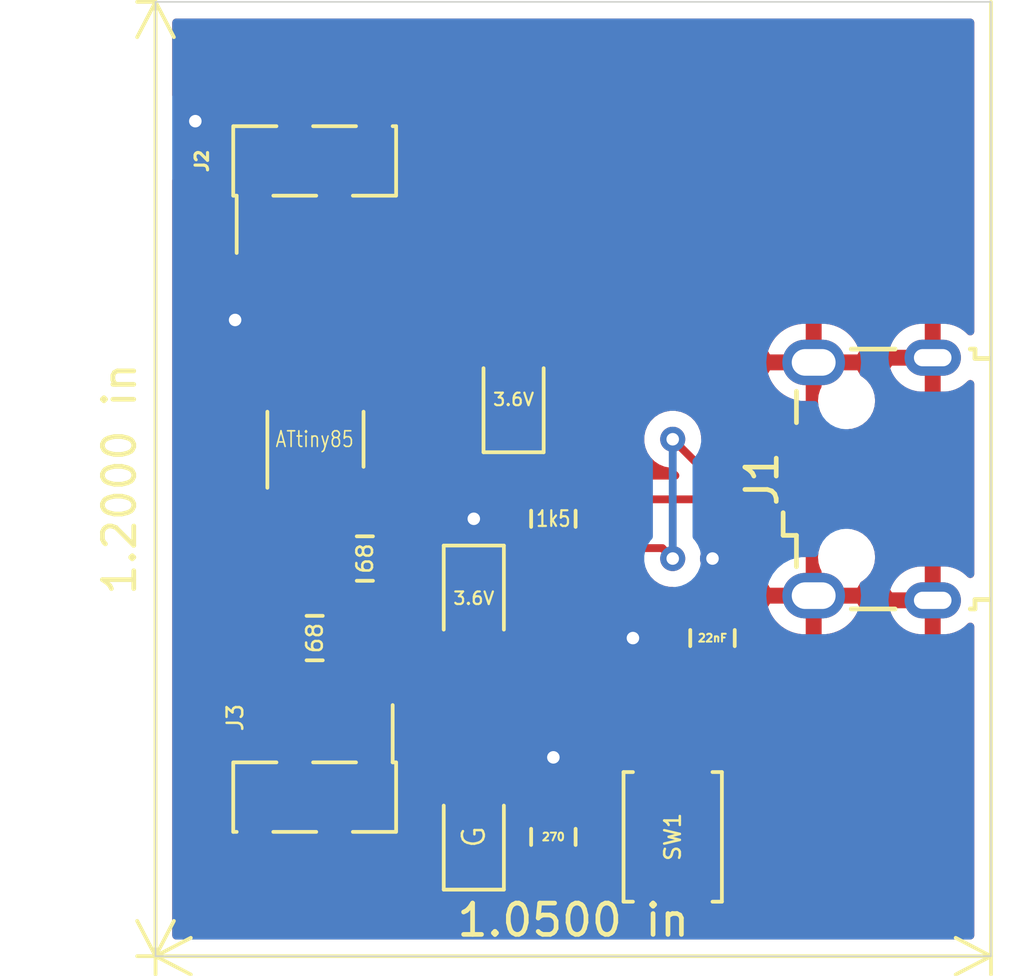
<source format=kicad_pcb>
(kicad_pcb (version 20171130) (host pcbnew "(5.1.2-1)-1")

  (general
    (thickness 1.6)
    (drawings 7)
    (tracks 75)
    (zones 0)
    (modules 13)
    (nets 13)
  )

  (page A4)
  (layers
    (0 F.Cu signal)
    (31 B.Cu signal)
    (32 B.Adhes user hide)
    (33 F.Adhes user hide)
    (34 B.Paste user hide)
    (35 F.Paste user hide)
    (36 B.SilkS user)
    (37 F.SilkS user)
    (38 B.Mask user)
    (39 F.Mask user)
    (40 Dwgs.User user hide)
    (41 Cmts.User user hide)
    (42 Eco1.User user)
    (43 Eco2.User user)
    (44 Edge.Cuts user)
    (45 Margin user)
    (46 B.CrtYd user)
    (47 F.CrtYd user)
    (48 B.Fab user hide)
    (49 F.Fab user hide)
  )

  (setup
    (last_trace_width 0.25)
    (trace_clearance 0.2)
    (zone_clearance 0.508)
    (zone_45_only no)
    (trace_min 0.2)
    (via_size 0.8)
    (via_drill 0.4)
    (via_min_size 0.4)
    (via_min_drill 0.3)
    (uvia_size 0.3)
    (uvia_drill 0.1)
    (uvias_allowed no)
    (uvia_min_size 0.2)
    (uvia_min_drill 0.1)
    (edge_width 0.05)
    (segment_width 0.2)
    (pcb_text_width 0.3)
    (pcb_text_size 1.5 1.5)
    (mod_edge_width 0.12)
    (mod_text_size 1 1)
    (mod_text_width 0.15)
    (pad_size 1.524 1.524)
    (pad_drill 0.762)
    (pad_to_mask_clearance 0.051)
    (solder_mask_min_width 0.25)
    (aux_axis_origin 0 0)
    (visible_elements FFFBFF7F)
    (pcbplotparams
      (layerselection 0x010fc_ffffffff)
      (usegerberextensions false)
      (usegerberattributes false)
      (usegerberadvancedattributes false)
      (creategerberjobfile false)
      (excludeedgelayer true)
      (linewidth 0.100000)
      (plotframeref false)
      (viasonmask false)
      (mode 1)
      (useauxorigin false)
      (hpglpennumber 1)
      (hpglpenspeed 20)
      (hpglpendiameter 15.000000)
      (psnegative false)
      (psa4output false)
      (plotreference true)
      (plotvalue true)
      (plotinvisibletext false)
      (padsonsilk false)
      (subtractmaskfromsilk false)
      (outputformat 1)
      (mirror false)
      (drillshape 1)
      (scaleselection 1)
      (outputdirectory ""))
  )

  (net 0 "")
  (net 1 +5V)
  (net 2 GND)
  (net 3 "Net-(D1-Pad1)")
  (net 4 "Net-(D2-Pad1)")
  (net 5 /NRES)
  (net 6 "Net-(D3-Pad2)")
  (net 7 "Net-(J1-Pad4)")
  (net 8 /PB1)
  (net 9 /PB2)
  (net 10 /PB0)
  (net 11 /PB4)
  (net 12 /PB3)

  (net_class Default "This is the default net class."
    (clearance 0.2)
    (trace_width 0.25)
    (via_dia 0.8)
    (via_drill 0.4)
    (uvia_dia 0.3)
    (uvia_drill 0.1)
    (add_net +5V)
    (add_net /NRES)
    (add_net /PB0)
    (add_net /PB1)
    (add_net /PB2)
    (add_net /PB3)
    (add_net /PB4)
    (add_net GND)
    (add_net "Net-(D1-Pad1)")
    (add_net "Net-(D2-Pad1)")
    (add_net "Net-(D3-Pad2)")
    (add_net "Net-(J1-Pad4)")
  )

  (module Capacitor_SMD:C_0805_2012Metric (layer F.Cu) (tedit 5B36C52B) (tstamp 5DBD1532)
    (at 147.32 54.61 270)
    (descr "Capacitor SMD 0805 (2012 Metric), square (rectangular) end terminal, IPC_7351 nominal, (Body size source: https://docs.google.com/spreadsheets/d/1BsfQQcO9C6DZCsRaXUlFlo91Tg2WpOkGARC1WS5S8t0/edit?usp=sharing), generated with kicad-footprint-generator")
    (tags capacitor)
    (path /5DBD3C58)
    (attr smd)
    (fp_text reference C1 (at 0 -1.65 90) (layer F.SilkS) hide
      (effects (font (size 1 1) (thickness 0.15)))
    )
    (fp_text value 22nF (at 0 0 180) (layer F.SilkS)
      (effects (font (size 0.25 0.25) (thickness 0.0625)))
    )
    (fp_line (start -1 0.6) (end -1 -0.6) (layer F.Fab) (width 0.1))
    (fp_line (start -1 -0.6) (end 1 -0.6) (layer F.Fab) (width 0.1))
    (fp_line (start 1 -0.6) (end 1 0.6) (layer F.Fab) (width 0.1))
    (fp_line (start 1 0.6) (end -1 0.6) (layer F.Fab) (width 0.1))
    (fp_line (start -0.258578 -0.71) (end 0.258578 -0.71) (layer F.SilkS) (width 0.12))
    (fp_line (start -0.258578 0.71) (end 0.258578 0.71) (layer F.SilkS) (width 0.12))
    (fp_line (start -1.68 0.95) (end -1.68 -0.95) (layer F.CrtYd) (width 0.05))
    (fp_line (start -1.68 -0.95) (end 1.68 -0.95) (layer F.CrtYd) (width 0.05))
    (fp_line (start 1.68 -0.95) (end 1.68 0.95) (layer F.CrtYd) (width 0.05))
    (fp_line (start 1.68 0.95) (end -1.68 0.95) (layer F.CrtYd) (width 0.05))
    (fp_text user %R (at 0 0 90) (layer F.Fab) hide
      (effects (font (size 0.5 0.5) (thickness 0.08)))
    )
    (pad 1 smd roundrect (at -0.9375 0 270) (size 0.975 1.4) (layers F.Cu F.Paste F.Mask) (roundrect_rratio 0.25)
      (net 1 +5V))
    (pad 2 smd roundrect (at 0.9375 0 270) (size 0.975 1.4) (layers F.Cu F.Paste F.Mask) (roundrect_rratio 0.25)
      (net 2 GND))
    (model ${KISYS3DMOD}/Capacitor_SMD.3dshapes/C_0805_2012Metric.wrl
      (at (xyz 0 0 0))
      (scale (xyz 1 1 1))
      (rotate (xyz 0 0 0))
    )
  )

  (module Diode_SMD:D_0805_2012Metric (layer F.Cu) (tedit 5B36C52B) (tstamp 5DBE195E)
    (at 139.7 53.34 270)
    (descr "Diode SMD 0805 (2012 Metric), square (rectangular) end terminal, IPC_7351 nominal, (Body size source: https://docs.google.com/spreadsheets/d/1BsfQQcO9C6DZCsRaXUlFlo91Tg2WpOkGARC1WS5S8t0/edit?usp=sharing), generated with kicad-footprint-generator")
    (tags diode)
    (path /5DBCBA10)
    (attr smd)
    (fp_text reference D1 (at 0 -1.65 90) (layer F.SilkS) hide
      (effects (font (size 1 1) (thickness 0.15)))
    )
    (fp_text value 3.6V (at 0 0 180) (layer F.SilkS)
      (effects (font (size 0.4 0.4) (thickness 0.07)))
    )
    (fp_line (start 1 -0.6) (end -0.7 -0.6) (layer F.Fab) (width 0.1))
    (fp_line (start -0.7 -0.6) (end -1 -0.3) (layer F.Fab) (width 0.1))
    (fp_line (start -1 -0.3) (end -1 0.6) (layer F.Fab) (width 0.1))
    (fp_line (start -1 0.6) (end 1 0.6) (layer F.Fab) (width 0.1))
    (fp_line (start 1 0.6) (end 1 -0.6) (layer F.Fab) (width 0.1))
    (fp_line (start 1 -0.96) (end -1.685 -0.96) (layer F.SilkS) (width 0.12))
    (fp_line (start -1.685 -0.96) (end -1.685 0.96) (layer F.SilkS) (width 0.12))
    (fp_line (start -1.685 0.96) (end 1 0.96) (layer F.SilkS) (width 0.12))
    (fp_line (start -1.68 0.95) (end -1.68 -0.95) (layer F.CrtYd) (width 0.05))
    (fp_line (start -1.68 -0.95) (end 1.68 -0.95) (layer F.CrtYd) (width 0.05))
    (fp_line (start 1.68 -0.95) (end 1.68 0.95) (layer F.CrtYd) (width 0.05))
    (fp_line (start 1.68 0.95) (end -1.68 0.95) (layer F.CrtYd) (width 0.05))
    (fp_text user %R (at 0 0 90) (layer F.Fab) hide
      (effects (font (size 0.5 0.5) (thickness 0.08)))
    )
    (pad 1 smd roundrect (at -0.9375 0 270) (size 0.975 1.4) (layers F.Cu F.Paste F.Mask) (roundrect_rratio 0.25)
      (net 3 "Net-(D1-Pad1)"))
    (pad 2 smd roundrect (at 0.9375 0 270) (size 0.975 1.4) (layers F.Cu F.Paste F.Mask) (roundrect_rratio 0.25)
      (net 2 GND))
    (model ${KISYS3DMOD}/Diode_SMD.3dshapes/D_0805_2012Metric.wrl
      (at (xyz 0 0 0))
      (scale (xyz 1 1 1))
      (rotate (xyz 0 0 0))
    )
  )

  (module Diode_SMD:D_0805_2012Metric (layer F.Cu) (tedit 5B36C52B) (tstamp 5DBD1558)
    (at 140.97 46.99 90)
    (descr "Diode SMD 0805 (2012 Metric), square (rectangular) end terminal, IPC_7351 nominal, (Body size source: https://docs.google.com/spreadsheets/d/1BsfQQcO9C6DZCsRaXUlFlo91Tg2WpOkGARC1WS5S8t0/edit?usp=sharing), generated with kicad-footprint-generator")
    (tags diode)
    (path /5DBCCBEE)
    (attr smd)
    (fp_text reference D2 (at 0 -1.65 90) (layer F.SilkS) hide
      (effects (font (size 1 1) (thickness 0.15)))
    )
    (fp_text value 3.6V (at 0 0) (layer F.SilkS)
      (effects (font (size 0.4 0.4) (thickness 0.07)))
    )
    (fp_text user %R (at 0 0 90) (layer F.Fab) hide
      (effects (font (size 0.5 0.5) (thickness 0.08)))
    )
    (fp_line (start 1.68 0.95) (end -1.68 0.95) (layer F.CrtYd) (width 0.05))
    (fp_line (start 1.68 -0.95) (end 1.68 0.95) (layer F.CrtYd) (width 0.05))
    (fp_line (start -1.68 -0.95) (end 1.68 -0.95) (layer F.CrtYd) (width 0.05))
    (fp_line (start -1.68 0.95) (end -1.68 -0.95) (layer F.CrtYd) (width 0.05))
    (fp_line (start -1.685 0.96) (end 1 0.96) (layer F.SilkS) (width 0.12))
    (fp_line (start -1.685 -0.96) (end -1.685 0.96) (layer F.SilkS) (width 0.12))
    (fp_line (start 1 -0.96) (end -1.685 -0.96) (layer F.SilkS) (width 0.12))
    (fp_line (start 1 0.6) (end 1 -0.6) (layer F.Fab) (width 0.1))
    (fp_line (start -1 0.6) (end 1 0.6) (layer F.Fab) (width 0.1))
    (fp_line (start -1 -0.3) (end -1 0.6) (layer F.Fab) (width 0.1))
    (fp_line (start -0.7 -0.6) (end -1 -0.3) (layer F.Fab) (width 0.1))
    (fp_line (start 1 -0.6) (end -0.7 -0.6) (layer F.Fab) (width 0.1))
    (pad 2 smd roundrect (at 0.9375 0 90) (size 0.975 1.4) (layers F.Cu F.Paste F.Mask) (roundrect_rratio 0.25)
      (net 2 GND))
    (pad 1 smd roundrect (at -0.9375 0 90) (size 0.975 1.4) (layers F.Cu F.Paste F.Mask) (roundrect_rratio 0.25)
      (net 4 "Net-(D2-Pad1)"))
    (model ${KISYS3DMOD}/Diode_SMD.3dshapes/D_0805_2012Metric.wrl
      (at (xyz 0 0 0))
      (scale (xyz 1 1 1))
      (rotate (xyz 0 0 0))
    )
  )

  (module LED_SMD:LED_0805_2012Metric (layer F.Cu) (tedit 5B36C52C) (tstamp 5DBD156B)
    (at 139.7 60.96 90)
    (descr "LED SMD 0805 (2012 Metric), square (rectangular) end terminal, IPC_7351 nominal, (Body size source: https://docs.google.com/spreadsheets/d/1BsfQQcO9C6DZCsRaXUlFlo91Tg2WpOkGARC1WS5S8t0/edit?usp=sharing), generated with kicad-footprint-generator")
    (tags diode)
    (path /5DBD8187)
    (attr smd)
    (fp_text reference D3 (at 0 -1.65 90) (layer F.Fab) hide
      (effects (font (size 0.7 0.7) (thickness 0.15)))
    )
    (fp_text value G (at 0 0 90) (layer F.SilkS)
      (effects (font (size 0.7 0.7) (thickness 0.08)))
    )
    (fp_line (start 1 -0.6) (end -0.7 -0.6) (layer F.Fab) (width 0.1))
    (fp_line (start -0.7 -0.6) (end -1 -0.3) (layer F.Fab) (width 0.1))
    (fp_line (start -1 -0.3) (end -1 0.6) (layer F.Fab) (width 0.1))
    (fp_line (start -1 0.6) (end 1 0.6) (layer F.Fab) (width 0.1))
    (fp_line (start 1 0.6) (end 1 -0.6) (layer F.Fab) (width 0.1))
    (fp_line (start 1 -0.96) (end -1.685 -0.96) (layer F.SilkS) (width 0.12))
    (fp_line (start -1.685 -0.96) (end -1.685 0.96) (layer F.SilkS) (width 0.12))
    (fp_line (start -1.685 0.96) (end 1 0.96) (layer F.SilkS) (width 0.12))
    (fp_line (start -1.68 0.95) (end -1.68 -0.95) (layer F.CrtYd) (width 0.05))
    (fp_line (start -1.68 -0.95) (end 1.68 -0.95) (layer F.CrtYd) (width 0.05))
    (fp_line (start 1.68 -0.95) (end 1.68 0.95) (layer F.CrtYd) (width 0.05))
    (fp_line (start 1.68 0.95) (end -1.68 0.95) (layer F.CrtYd) (width 0.05))
    (fp_text user %R (at 0 0 90) (layer F.SilkS) hide
      (effects (font (size 0.5 0.5) (thickness 0.08)))
    )
    (pad 1 smd roundrect (at -0.9375 0 90) (size 0.975 1.4) (layers F.Cu F.Paste F.Mask) (roundrect_rratio 0.25)
      (net 5 /NRES))
    (pad 2 smd roundrect (at 0.9375 0 90) (size 0.975 1.4) (layers F.Cu F.Paste F.Mask) (roundrect_rratio 0.25)
      (net 6 "Net-(D3-Pad2)"))
    (model ${KISYS3DMOD}/LED_SMD.3dshapes/LED_0805_2012Metric.wrl
      (at (xyz 0 0 0))
      (scale (xyz 1 1 1))
      (rotate (xyz 0 0 0))
    )
  )

  (module Connector_USB:USB_Micro-B_Wuerth_629105150521 (layer F.Cu) (tedit 5A142044) (tstamp 5DBD159A)
    (at 152.4 49.53 90)
    (descr "USB Micro-B receptacle, http://www.mouser.com/ds/2/445/629105150521-469306.pdf")
    (tags "usb micro receptacle")
    (path /5DBCD5EF)
    (attr smd)
    (fp_text reference J1 (at 0 -3.5 90) (layer F.SilkS)
      (effects (font (size 1 1) (thickness 0.15)))
    )
    (fp_text value USB_OTG (at 0 5.6 90) (layer F.Fab)
      (effects (font (size 1 1) (thickness 0.15)))
    )
    (fp_line (start -4 -2.25) (end -4 3.15) (layer F.Fab) (width 0.15))
    (fp_line (start -4 3.15) (end -3.7 3.15) (layer F.Fab) (width 0.15))
    (fp_line (start -3.7 3.15) (end -3.7 4.35) (layer F.Fab) (width 0.15))
    (fp_line (start -3.7 4.35) (end 3.7 4.35) (layer F.Fab) (width 0.15))
    (fp_line (start 3.7 4.35) (end 3.7 3.15) (layer F.Fab) (width 0.15))
    (fp_line (start 3.7 3.15) (end 4 3.15) (layer F.Fab) (width 0.15))
    (fp_line (start 4 3.15) (end 4 -2.25) (layer F.Fab) (width 0.15))
    (fp_line (start 4 -2.25) (end -4 -2.25) (layer F.Fab) (width 0.15))
    (fp_line (start -2.7 3.75) (end 2.7 3.75) (layer F.Fab) (width 0.15))
    (fp_line (start -1.075 -2.725) (end -1.3 -2.55) (layer F.Fab) (width 0.15))
    (fp_line (start -1.3 -2.55) (end -1.525 -2.725) (layer F.Fab) (width 0.15))
    (fp_line (start -1.525 -2.725) (end -1.525 -2.95) (layer F.Fab) (width 0.15))
    (fp_line (start -1.525 -2.95) (end -1.075 -2.95) (layer F.Fab) (width 0.15))
    (fp_line (start -1.075 -2.95) (end -1.075 -2.725) (layer F.Fab) (width 0.15))
    (fp_line (start -4.15 -0.65) (end -4.15 0.75) (layer F.SilkS) (width 0.15))
    (fp_line (start -4.15 3.15) (end -4.15 3.3) (layer F.SilkS) (width 0.15))
    (fp_line (start -4.15 3.3) (end -3.85 3.3) (layer F.SilkS) (width 0.15))
    (fp_line (start -3.85 3.3) (end -3.85 3.75) (layer F.SilkS) (width 0.15))
    (fp_line (start 3.85 3.75) (end 3.85 3.3) (layer F.SilkS) (width 0.15))
    (fp_line (start 3.85 3.3) (end 4.15 3.3) (layer F.SilkS) (width 0.15))
    (fp_line (start 4.15 3.3) (end 4.15 3.15) (layer F.SilkS) (width 0.15))
    (fp_line (start 4.15 0.75) (end 4.15 -0.65) (layer F.SilkS) (width 0.15))
    (fp_line (start -1.075 -2.825) (end -1.8 -2.825) (layer F.SilkS) (width 0.15))
    (fp_line (start -1.8 -2.825) (end -1.8 -2.4) (layer F.SilkS) (width 0.15))
    (fp_line (start -1.8 -2.4) (end -2.8 -2.4) (layer F.SilkS) (width 0.15))
    (fp_line (start 1.8 -2.4) (end 2.8 -2.4) (layer F.SilkS) (width 0.15))
    (fp_line (start -4.94 -3.34) (end -4.94 4.85) (layer F.CrtYd) (width 0.05))
    (fp_line (start -4.94 4.85) (end 4.95 4.85) (layer F.CrtYd) (width 0.05))
    (fp_line (start 4.95 4.85) (end 4.95 -3.34) (layer F.CrtYd) (width 0.05))
    (fp_line (start 4.95 -3.34) (end -4.94 -3.34) (layer F.CrtYd) (width 0.05))
    (fp_text user %R (at 0 1.05 90) (layer F.Fab)
      (effects (font (size 1 1) (thickness 0.15)))
    )
    (fp_text user "PCB Edge" (at 0 3.75 90) (layer Dwgs.User)
      (effects (font (size 0.5 0.5) (thickness 0.08)))
    )
    (pad 1 smd rect (at -1.3 -1.9 90) (size 0.45 1.3) (layers F.Cu F.Paste F.Mask)
      (net 1 +5V))
    (pad 2 smd rect (at -0.65 -1.9 90) (size 0.45 1.3) (layers F.Cu F.Paste F.Mask)
      (net 4 "Net-(D2-Pad1)"))
    (pad 3 smd rect (at 0 -1.9 90) (size 0.45 1.3) (layers F.Cu F.Paste F.Mask)
      (net 3 "Net-(D1-Pad1)"))
    (pad 4 smd rect (at 0.65 -1.9 90) (size 0.45 1.3) (layers F.Cu F.Paste F.Mask)
      (net 7 "Net-(J1-Pad4)"))
    (pad 5 smd rect (at 1.3 -1.9 90) (size 0.45 1.3) (layers F.Cu F.Paste F.Mask)
      (net 2 GND))
    (pad 6 thru_hole oval (at -3.725 -1.85 90) (size 1.45 2) (drill oval 0.85 1.4) (layers *.Cu *.Mask)
      (net 2 GND))
    (pad 6 thru_hole oval (at 3.725 -1.85 90) (size 1.45 2) (drill oval 0.85 1.4) (layers *.Cu *.Mask)
      (net 2 GND))
    (pad 6 thru_hole oval (at -3.875 1.95 90) (size 1.15 1.8) (drill oval 0.55 1.2) (layers *.Cu *.Mask)
      (net 2 GND))
    (pad 6 thru_hole oval (at 3.875 1.95 90) (size 1.15 1.8) (drill oval 0.55 1.2) (layers *.Cu *.Mask)
      (net 2 GND))
    (pad "" np_thru_hole oval (at -2.5 -0.8 90) (size 0.8 0.8) (drill 0.8) (layers *.Cu *.Mask))
    (pad "" np_thru_hole oval (at 2.5 -0.8 90) (size 0.8 0.8) (drill 0.8) (layers *.Cu *.Mask))
    (model ${KISYS3DMOD}/Connector_USB.3dshapes/USB_Micro-B_Wuerth_629105150521.wrl
      (at (xyz 0 0 0))
      (scale (xyz 1 1 1))
      (rotate (xyz 0 0 0))
    )
  )

  (module Connector_PinHeader_1.27mm:PinHeader_1x04_P1.27mm_Vertical_SMD_Pin1Left (layer F.Cu) (tedit 59FED6E3) (tstamp 5DBD15C1)
    (at 134.62 39.37 90)
    (descr "surface-mounted straight pin header, 1x04, 1.27mm pitch, single row, style 1 (pin 1 left)")
    (tags "Surface mounted pin header SMD 1x04 1.27mm single row style1 pin1 left")
    (path /5DBC94B6)
    (attr smd)
    (fp_text reference J2 (at 0 -3.6 90) (layer F.SilkS)
      (effects (font (size 0.4 0.4) (thickness 0.15)))
    )
    (fp_text value Conn_01x04 (at 0 3.6 90) (layer F.Fab) hide
      (effects (font (size 0.4 0.4) (thickness 0.15)))
    )
    (fp_line (start 1.05 2.54) (end -1.05 2.54) (layer F.Fab) (width 0.1))
    (fp_line (start -0.615 -2.54) (end 1.05 -2.54) (layer F.Fab) (width 0.1))
    (fp_line (start -1.05 2.54) (end -1.05 -2.105) (layer F.Fab) (width 0.1))
    (fp_line (start -1.05 -2.105) (end -0.615 -2.54) (layer F.Fab) (width 0.1))
    (fp_line (start 1.05 -2.54) (end 1.05 2.54) (layer F.Fab) (width 0.1))
    (fp_line (start -1.05 -2.105) (end -2.5 -2.105) (layer F.Fab) (width 0.1))
    (fp_line (start -2.5 -2.105) (end -2.5 -1.705) (layer F.Fab) (width 0.1))
    (fp_line (start -2.5 -1.705) (end -1.05 -1.705) (layer F.Fab) (width 0.1))
    (fp_line (start -1.05 0.435) (end -2.5 0.435) (layer F.Fab) (width 0.1))
    (fp_line (start -2.5 0.435) (end -2.5 0.835) (layer F.Fab) (width 0.1))
    (fp_line (start -2.5 0.835) (end -1.05 0.835) (layer F.Fab) (width 0.1))
    (fp_line (start 1.05 -0.835) (end 2.5 -0.835) (layer F.Fab) (width 0.1))
    (fp_line (start 2.5 -0.835) (end 2.5 -0.435) (layer F.Fab) (width 0.1))
    (fp_line (start 2.5 -0.435) (end 1.05 -0.435) (layer F.Fab) (width 0.1))
    (fp_line (start 1.05 1.705) (end 2.5 1.705) (layer F.Fab) (width 0.1))
    (fp_line (start 2.5 1.705) (end 2.5 2.105) (layer F.Fab) (width 0.1))
    (fp_line (start 2.5 2.105) (end 1.05 2.105) (layer F.Fab) (width 0.1))
    (fp_line (start -1.11 -2.6) (end 1.11 -2.6) (layer F.SilkS) (width 0.12))
    (fp_line (start -1.11 2.6) (end 1.11 2.6) (layer F.SilkS) (width 0.12))
    (fp_line (start 1.11 -2.59) (end 1.11 -1.22) (layer F.SilkS) (width 0.12))
    (fp_line (start -1.11 -2.49) (end -2.94 -2.49) (layer F.SilkS) (width 0.12))
    (fp_line (start -1.11 -2.6) (end -1.11 -2.49) (layer F.SilkS) (width 0.12))
    (fp_line (start 1.11 2.49) (end 1.11 2.6) (layer F.SilkS) (width 0.12))
    (fp_line (start 1.11 -0.05) (end 1.11 1.32) (layer F.SilkS) (width 0.12))
    (fp_line (start -1.11 -1.32) (end -1.11 0.05) (layer F.SilkS) (width 0.12))
    (fp_line (start -1.11 1.22) (end -1.11 2.59) (layer F.SilkS) (width 0.12))
    (fp_line (start -3.5 -3.05) (end -3.5 3.05) (layer F.CrtYd) (width 0.05))
    (fp_line (start -3.5 3.05) (end 3.5 3.05) (layer F.CrtYd) (width 0.05))
    (fp_line (start 3.5 3.05) (end 3.5 -3.05) (layer F.CrtYd) (width 0.05))
    (fp_line (start 3.5 -3.05) (end -3.5 -3.05) (layer F.CrtYd) (width 0.05))
    (fp_text user %R (at 2.54 -2.54 270) (layer F.SilkS) hide
      (effects (font (size 0.4 0.4) (thickness 0.07)))
    )
    (pad 1 smd rect (at -1.5 -1.905 90) (size 3 0.65) (layers F.Cu F.Paste F.Mask)
      (net 1 +5V))
    (pad 3 smd rect (at -1.5 0.635 90) (size 3 0.65) (layers F.Cu F.Paste F.Mask)
      (net 8 /PB1))
    (pad 2 smd rect (at 1.5 -0.635 90) (size 3 0.65) (layers F.Cu F.Paste F.Mask)
      (net 9 /PB2))
    (pad 4 smd rect (at 1.5 1.905 90) (size 3 0.65) (layers F.Cu F.Paste F.Mask)
      (net 10 /PB0))
    (model ${KISYS3DMOD}/Connector_PinHeader_1.27mm.3dshapes/PinHeader_1x04_P1.27mm_Vertical_SMD_Pin1Left.wrl
      (at (xyz 0 0 0))
      (scale (xyz 1 1 1))
      (rotate (xyz 0 0 0))
    )
  )

  (module Connector_PinHeader_1.27mm:PinHeader_1x04_P1.27mm_Vertical_SMD_Pin1Left (layer F.Cu) (tedit 59FED6E3) (tstamp 5DBD15E8)
    (at 134.62 59.69 270)
    (descr "surface-mounted straight pin header, 1x04, 1.27mm pitch, single row, style 1 (pin 1 left)")
    (tags "Surface mounted pin header SMD 1x04 1.27mm single row style1 pin1 left")
    (path /5DBCABD8)
    (attr smd)
    (fp_text reference J3 (at 0 -3.6 90) (layer F.Fab) hide
      (effects (font (size 1 1) (thickness 0.15)))
    )
    (fp_text value Conn_01x04 (at 0 3.6 90) (layer F.Fab) hide
      (effects (font (size 1 1) (thickness 0.15)))
    )
    (fp_text user %R (at -2.54 2.54 270) (layer F.SilkS)
      (effects (font (size 0.5 0.5) (thickness 0.08)))
    )
    (fp_line (start 3.5 -3.05) (end -3.5 -3.05) (layer F.CrtYd) (width 0.05))
    (fp_line (start 3.5 3.05) (end 3.5 -3.05) (layer F.CrtYd) (width 0.05))
    (fp_line (start -3.5 3.05) (end 3.5 3.05) (layer F.CrtYd) (width 0.05))
    (fp_line (start -3.5 -3.05) (end -3.5 3.05) (layer F.CrtYd) (width 0.05))
    (fp_line (start -1.11 1.22) (end -1.11 2.59) (layer F.SilkS) (width 0.12))
    (fp_line (start -1.11 -1.32) (end -1.11 0.05) (layer F.SilkS) (width 0.12))
    (fp_line (start 1.11 -0.05) (end 1.11 1.32) (layer F.SilkS) (width 0.12))
    (fp_line (start 1.11 2.49) (end 1.11 2.6) (layer F.SilkS) (width 0.12))
    (fp_line (start -1.11 -2.6) (end -1.11 -2.49) (layer F.SilkS) (width 0.12))
    (fp_line (start -1.11 -2.49) (end -2.94 -2.49) (layer F.SilkS) (width 0.12))
    (fp_line (start 1.11 -2.59) (end 1.11 -1.22) (layer F.SilkS) (width 0.12))
    (fp_line (start -1.11 2.6) (end 1.11 2.6) (layer F.SilkS) (width 0.12))
    (fp_line (start -1.11 -2.6) (end 1.11 -2.6) (layer F.SilkS) (width 0.12))
    (fp_line (start 2.5 2.105) (end 1.05 2.105) (layer F.Fab) (width 0.1))
    (fp_line (start 2.5 1.705) (end 2.5 2.105) (layer F.Fab) (width 0.1))
    (fp_line (start 1.05 1.705) (end 2.5 1.705) (layer F.Fab) (width 0.1))
    (fp_line (start 2.5 -0.435) (end 1.05 -0.435) (layer F.Fab) (width 0.1))
    (fp_line (start 2.5 -0.835) (end 2.5 -0.435) (layer F.Fab) (width 0.1))
    (fp_line (start 1.05 -0.835) (end 2.5 -0.835) (layer F.Fab) (width 0.1))
    (fp_line (start -2.5 0.835) (end -1.05 0.835) (layer F.Fab) (width 0.1))
    (fp_line (start -2.5 0.435) (end -2.5 0.835) (layer F.Fab) (width 0.1))
    (fp_line (start -1.05 0.435) (end -2.5 0.435) (layer F.Fab) (width 0.1))
    (fp_line (start -2.5 -1.705) (end -1.05 -1.705) (layer F.Fab) (width 0.1))
    (fp_line (start -2.5 -2.105) (end -2.5 -1.705) (layer F.Fab) (width 0.1))
    (fp_line (start -1.05 -2.105) (end -2.5 -2.105) (layer F.Fab) (width 0.1))
    (fp_line (start 1.05 -2.54) (end 1.05 2.54) (layer F.Fab) (width 0.1))
    (fp_line (start -1.05 -2.105) (end -0.615 -2.54) (layer F.Fab) (width 0.1))
    (fp_line (start -1.05 2.54) (end -1.05 -2.105) (layer F.Fab) (width 0.1))
    (fp_line (start -0.615 -2.54) (end 1.05 -2.54) (layer F.Fab) (width 0.1))
    (fp_line (start 1.05 2.54) (end -1.05 2.54) (layer F.Fab) (width 0.1))
    (pad 4 smd rect (at 1.5 1.905 270) (size 3 0.65) (layers F.Cu F.Paste F.Mask)
      (net 5 /NRES))
    (pad 2 smd rect (at 1.5 -0.635 270) (size 3 0.65) (layers F.Cu F.Paste F.Mask)
      (net 11 /PB4))
    (pad 3 smd rect (at -1.5 0.635 270) (size 3 0.65) (layers F.Cu F.Paste F.Mask)
      (net 12 /PB3))
    (pad 1 smd rect (at -1.5 -1.905 270) (size 3 0.65) (layers F.Cu F.Paste F.Mask)
      (net 2 GND))
    (model ${KISYS3DMOD}/Connector_PinHeader_1.27mm.3dshapes/PinHeader_1x04_P1.27mm_Vertical_SMD_Pin1Left.wrl
      (at (xyz 0 0 0))
      (scale (xyz 1 1 1))
      (rotate (xyz 0 0 0))
    )
  )

  (module Resistor_SMD:R_0805_2012Metric (layer F.Cu) (tedit 5B36C52B) (tstamp 5DBD15F9)
    (at 142.24 50.8 270)
    (descr "Resistor SMD 0805 (2012 Metric), square (rectangular) end terminal, IPC_7351 nominal, (Body size source: https://docs.google.com/spreadsheets/d/1BsfQQcO9C6DZCsRaXUlFlo91Tg2WpOkGARC1WS5S8t0/edit?usp=sharing), generated with kicad-footprint-generator")
    (tags resistor)
    (path /5DBD4692)
    (attr smd)
    (fp_text reference R1 (at 0 -1.65 90) (layer F.SilkS) hide
      (effects (font (size 1 1) (thickness 0.15)))
    )
    (fp_text value 1k5 (at 0 0) (layer F.SilkS)
      (effects (font (size 0.5 0.4) (thickness 0.07)))
    )
    (fp_line (start -1 0.6) (end -1 -0.6) (layer F.Fab) (width 0.1))
    (fp_line (start -1 -0.6) (end 1 -0.6) (layer F.Fab) (width 0.1))
    (fp_line (start 1 -0.6) (end 1 0.6) (layer F.Fab) (width 0.1))
    (fp_line (start 1 0.6) (end -1 0.6) (layer F.Fab) (width 0.1))
    (fp_line (start -0.258578 -0.71) (end 0.258578 -0.71) (layer F.SilkS) (width 0.12))
    (fp_line (start -0.258578 0.71) (end 0.258578 0.71) (layer F.SilkS) (width 0.12))
    (fp_line (start -1.68 0.95) (end -1.68 -0.95) (layer F.CrtYd) (width 0.05))
    (fp_line (start -1.68 -0.95) (end 1.68 -0.95) (layer F.CrtYd) (width 0.05))
    (fp_line (start 1.68 -0.95) (end 1.68 0.95) (layer F.CrtYd) (width 0.05))
    (fp_line (start 1.68 0.95) (end -1.68 0.95) (layer F.CrtYd) (width 0.05))
    (fp_text user %R (at 0 0 90) (layer F.Fab) hide
      (effects (font (size 0.5 0.5) (thickness 0.08)))
    )
    (pad 1 smd roundrect (at -0.9375 0 270) (size 0.975 1.4) (layers F.Cu F.Paste F.Mask) (roundrect_rratio 0.25)
      (net 1 +5V))
    (pad 2 smd roundrect (at 0.9375 0 270) (size 0.975 1.4) (layers F.Cu F.Paste F.Mask) (roundrect_rratio 0.25)
      (net 3 "Net-(D1-Pad1)"))
    (model ${KISYS3DMOD}/Resistor_SMD.3dshapes/R_0805_2012Metric.wrl
      (at (xyz 0 0 0))
      (scale (xyz 1 1 1))
      (rotate (xyz 0 0 0))
    )
  )

  (module Resistor_SMD:R_0805_2012Metric (layer F.Cu) (tedit 5B36C52B) (tstamp 5DBD160A)
    (at 136.2225 52.07)
    (descr "Resistor SMD 0805 (2012 Metric), square (rectangular) end terminal, IPC_7351 nominal, (Body size source: https://docs.google.com/spreadsheets/d/1BsfQQcO9C6DZCsRaXUlFlo91Tg2WpOkGARC1WS5S8t0/edit?usp=sharing), generated with kicad-footprint-generator")
    (tags resistor)
    (path /5DBD51E1)
    (attr smd)
    (fp_text reference R2 (at 0 -1.65) (layer F.SilkS) hide
      (effects (font (size 1 1) (thickness 0.15)))
    )
    (fp_text value 68 (at 0 0 270) (layer F.SilkS)
      (effects (font (size 0.5 0.5) (thickness 0.08)))
    )
    (fp_line (start -1 0.6) (end -1 -0.6) (layer F.Fab) (width 0.1))
    (fp_line (start -1 -0.6) (end 1 -0.6) (layer F.Fab) (width 0.1))
    (fp_line (start 1 -0.6) (end 1 0.6) (layer F.Fab) (width 0.1))
    (fp_line (start 1 0.6) (end -1 0.6) (layer F.Fab) (width 0.1))
    (fp_line (start -0.258578 -0.71) (end 0.258578 -0.71) (layer F.SilkS) (width 0.12))
    (fp_line (start -0.258578 0.71) (end 0.258578 0.71) (layer F.SilkS) (width 0.12))
    (fp_line (start -1.68 0.95) (end -1.68 -0.95) (layer F.CrtYd) (width 0.05))
    (fp_line (start -1.68 -0.95) (end 1.68 -0.95) (layer F.CrtYd) (width 0.05))
    (fp_line (start 1.68 -0.95) (end 1.68 0.95) (layer F.CrtYd) (width 0.05))
    (fp_line (start 1.68 0.95) (end -1.68 0.95) (layer F.CrtYd) (width 0.05))
    (fp_text user %R (at 0 0) (layer F.Fab) hide
      (effects (font (size 0.5 0.5) (thickness 0.08)))
    )
    (pad 1 smd roundrect (at -0.9375 0) (size 0.975 1.4) (layers F.Cu F.Paste F.Mask) (roundrect_rratio 0.25)
      (net 11 /PB4))
    (pad 2 smd roundrect (at 0.9375 0) (size 0.975 1.4) (layers F.Cu F.Paste F.Mask) (roundrect_rratio 0.25)
      (net 3 "Net-(D1-Pad1)"))
    (model ${KISYS3DMOD}/Resistor_SMD.3dshapes/R_0805_2012Metric.wrl
      (at (xyz 0 0 0))
      (scale (xyz 1 1 1))
      (rotate (xyz 0 0 0))
    )
  )

  (module Resistor_SMD:R_0805_2012Metric (layer F.Cu) (tedit 5B36C52B) (tstamp 5DBD161B)
    (at 134.62 54.61)
    (descr "Resistor SMD 0805 (2012 Metric), square (rectangular) end terminal, IPC_7351 nominal, (Body size source: https://docs.google.com/spreadsheets/d/1BsfQQcO9C6DZCsRaXUlFlo91Tg2WpOkGARC1WS5S8t0/edit?usp=sharing), generated with kicad-footprint-generator")
    (tags resistor)
    (path /5DBD574B)
    (attr smd)
    (fp_text reference R3 (at 0 -1.65) (layer F.Fab) hide
      (effects (font (size 1 1) (thickness 0.15)))
    )
    (fp_text value 68 (at 0 0 90) (layer F.SilkS)
      (effects (font (size 0.5 0.5) (thickness 0.08)))
    )
    (fp_line (start -1 0.6) (end -1 -0.6) (layer F.Fab) (width 0.1))
    (fp_line (start -1 -0.6) (end 1 -0.6) (layer F.Fab) (width 0.1))
    (fp_line (start 1 -0.6) (end 1 0.6) (layer F.Fab) (width 0.1))
    (fp_line (start 1 0.6) (end -1 0.6) (layer F.Fab) (width 0.1))
    (fp_line (start -0.258578 -0.71) (end 0.258578 -0.71) (layer F.SilkS) (width 0.12))
    (fp_line (start -0.258578 0.71) (end 0.258578 0.71) (layer F.SilkS) (width 0.12))
    (fp_line (start -1.68 0.95) (end -1.68 -0.95) (layer F.CrtYd) (width 0.05))
    (fp_line (start -1.68 -0.95) (end 1.68 -0.95) (layer F.CrtYd) (width 0.05))
    (fp_line (start 1.68 -0.95) (end 1.68 0.95) (layer F.CrtYd) (width 0.05))
    (fp_line (start 1.68 0.95) (end -1.68 0.95) (layer F.CrtYd) (width 0.05))
    (fp_text user %R (at 0 0) (layer F.Fab) hide
      (effects (font (size 0.5 0.5) (thickness 0.08)))
    )
    (pad 1 smd roundrect (at -0.9375 0) (size 0.975 1.4) (layers F.Cu F.Paste F.Mask) (roundrect_rratio 0.25)
      (net 12 /PB3))
    (pad 2 smd roundrect (at 0.9375 0) (size 0.975 1.4) (layers F.Cu F.Paste F.Mask) (roundrect_rratio 0.25)
      (net 4 "Net-(D2-Pad1)"))
    (model ${KISYS3DMOD}/Resistor_SMD.3dshapes/R_0805_2012Metric.wrl
      (at (xyz 0 0 0))
      (scale (xyz 1 1 1))
      (rotate (xyz 0 0 0))
    )
  )

  (module Resistor_SMD:R_0805_2012Metric (layer F.Cu) (tedit 5B36C52B) (tstamp 5DBD162C)
    (at 142.24 60.96 90)
    (descr "Resistor SMD 0805 (2012 Metric), square (rectangular) end terminal, IPC_7351 nominal, (Body size source: https://docs.google.com/spreadsheets/d/1BsfQQcO9C6DZCsRaXUlFlo91Tg2WpOkGARC1WS5S8t0/edit?usp=sharing), generated with kicad-footprint-generator")
    (tags resistor)
    (path /5DBD5AC3)
    (attr smd)
    (fp_text reference R4 (at 0 -1.65 90) (layer F.SilkS) hide
      (effects (font (size 1 1) (thickness 0.15)))
    )
    (fp_text value 270 (at 0 0 180) (layer F.SilkS)
      (effects (font (size 0.25 0.25) (thickness 0.0625)))
    )
    (fp_text user %R (at 0 0 90) (layer F.Fab) hide
      (effects (font (size 0.5 0.5) (thickness 0.08)))
    )
    (fp_line (start 1.68 0.95) (end -1.68 0.95) (layer F.CrtYd) (width 0.05))
    (fp_line (start 1.68 -0.95) (end 1.68 0.95) (layer F.CrtYd) (width 0.05))
    (fp_line (start -1.68 -0.95) (end 1.68 -0.95) (layer F.CrtYd) (width 0.05))
    (fp_line (start -1.68 0.95) (end -1.68 -0.95) (layer F.CrtYd) (width 0.05))
    (fp_line (start -0.258578 0.71) (end 0.258578 0.71) (layer F.SilkS) (width 0.12))
    (fp_line (start -0.258578 -0.71) (end 0.258578 -0.71) (layer F.SilkS) (width 0.12))
    (fp_line (start 1 0.6) (end -1 0.6) (layer F.Fab) (width 0.1))
    (fp_line (start 1 -0.6) (end 1 0.6) (layer F.Fab) (width 0.1))
    (fp_line (start -1 -0.6) (end 1 -0.6) (layer F.Fab) (width 0.1))
    (fp_line (start -1 0.6) (end -1 -0.6) (layer F.Fab) (width 0.1))
    (pad 2 smd roundrect (at 0.9375 0 90) (size 0.975 1.4) (layers F.Cu F.Paste F.Mask) (roundrect_rratio 0.25)
      (net 1 +5V))
    (pad 1 smd roundrect (at -0.9375 0 90) (size 0.975 1.4) (layers F.Cu F.Paste F.Mask) (roundrect_rratio 0.25)
      (net 6 "Net-(D3-Pad2)"))
    (model ${KISYS3DMOD}/Resistor_SMD.3dshapes/R_0805_2012Metric.wrl
      (at (xyz 0 0 0))
      (scale (xyz 1 1 1))
      (rotate (xyz 0 0 0))
    )
  )

  (module Button_Switch_SMD:SW_Push_SPST_NO_Alps_SKRK (layer F.Cu) (tedit 5C2A8900) (tstamp 5DBD1642)
    (at 146.05 60.96 90)
    (descr http://www.alps.com/prod/info/E/HTML/Tact/SurfaceMount/SKRK/SKRKAHE020.html)
    (tags "SMD SMT button")
    (path /5DBE8E2A)
    (attr smd)
    (fp_text reference SW1 (at 0 -2.25 90) (layer F.SilkS) hide
      (effects (font (size 0.5 0.5) (thickness 0.08)))
    )
    (fp_text value SW_Push (at 0 2.5 90) (layer F.Fab) hide
      (effects (font (size 1 1) (thickness 0.15)))
    )
    (fp_line (start -2.07 -1.57) (end 2.07 -1.57) (layer F.SilkS) (width 0.12))
    (fp_line (start 2.07 1.27) (end 2.07 1.57) (layer F.SilkS) (width 0.12))
    (fp_line (start 2.07 1.57) (end -2.07 1.57) (layer F.SilkS) (width 0.12))
    (fp_line (start -2.07 -1.27) (end -2.07 -1.57) (layer F.SilkS) (width 0.12))
    (fp_circle (center 0 0) (end 1 0) (layer F.Fab) (width 0.1))
    (fp_text user %R (at 0 0 90) (layer F.SilkS)
      (effects (font (size 0.5 0.5) (thickness 0.08)))
    )
    (fp_line (start -2.75 -1.7) (end 2.75 -1.7) (layer F.CrtYd) (width 0.05))
    (fp_line (start 2.75 -1.7) (end 2.75 1.7) (layer F.CrtYd) (width 0.05))
    (fp_line (start 2.75 1.7) (end -2.75 1.7) (layer F.CrtYd) (width 0.05))
    (fp_line (start -2.75 1.7) (end -2.75 -1.7) (layer F.CrtYd) (width 0.05))
    (fp_line (start 1.95 1.45) (end -1.95 1.45) (layer F.Fab) (width 0.1))
    (fp_line (start -1.95 1.45) (end -1.95 -1.45) (layer F.Fab) (width 0.1))
    (fp_line (start -1.95 -1.45) (end 1.95 -1.45) (layer F.Fab) (width 0.1))
    (fp_line (start 1.95 -1.45) (end 1.95 1.45) (layer F.Fab) (width 0.1))
    (fp_line (start -2.07 1.57) (end -2.07 1.27) (layer F.SilkS) (width 0.12))
    (fp_line (start 2.07 -1.57) (end 2.07 -1.27) (layer F.SilkS) (width 0.12))
    (pad 2 smd roundrect (at 2.1 0 90) (size 0.8 2) (layers F.Cu F.Paste F.Mask) (roundrect_rratio 0.25)
      (net 2 GND))
    (pad 1 smd roundrect (at -2.1 0 90) (size 0.8 2) (layers F.Cu F.Paste F.Mask) (roundrect_rratio 0.25)
      (net 5 /NRES))
    (model ${KISYS3DMOD}/Button_Switch_SMD.3dshapes/SW_Push_SPST_NO_Alps_SKRK.wrl
      (at (xyz 0 0 0))
      (scale (xyz 1 1 1))
      (rotate (xyz 0 0 0))
    )
  )

  (module Package_TO_SOT_SMD:TSOT-23-8 (layer F.Cu) (tedit 5A02FF57) (tstamp 5DBD165A)
    (at 134.62 48.26 90)
    (descr "8-pin TSOT23 package, http://cds.linear.com/docs/en/packaging/SOT_8_05-08-1637.pdf")
    (tags TSOT-23-8)
    (path /5DBC671D)
    (attr smd)
    (fp_text reference U1 (at 0 -2.45 90) (layer F.SilkS) hide
      (effects (font (size 1 1) (thickness 0.15)))
    )
    (fp_text value ATtiny85 (at 0 0) (layer F.SilkS)
      (effects (font (size 0.5 0.4) (thickness 0.05)))
    )
    (fp_text user %R (at 0 0) (layer F.Fab) hide
      (effects (font (size 0.5 0.5) (thickness 0.075)))
    )
    (fp_line (start -0.88 1.56) (end 0.88 1.56) (layer F.SilkS) (width 0.12))
    (fp_line (start 0.88 -1.51) (end -1.55 -1.51) (layer F.SilkS) (width 0.12))
    (fp_line (start -0.88 -1) (end -0.43 -1.45) (layer F.Fab) (width 0.1))
    (fp_line (start 0.88 -1.45) (end -0.43 -1.45) (layer F.Fab) (width 0.1))
    (fp_line (start -0.88 -1) (end -0.88 1.45) (layer F.Fab) (width 0.1))
    (fp_line (start 0.88 1.45) (end -0.88 1.45) (layer F.Fab) (width 0.1))
    (fp_line (start 0.88 -1.45) (end 0.88 1.45) (layer F.Fab) (width 0.1))
    (fp_line (start -2.17 -1.7) (end 2.17 -1.7) (layer F.CrtYd) (width 0.05))
    (fp_line (start -2.17 -1.7) (end -2.17 1.7) (layer F.CrtYd) (width 0.05))
    (fp_line (start 2.17 1.7) (end 2.17 -1.7) (layer F.CrtYd) (width 0.05))
    (fp_line (start 2.17 1.7) (end -2.17 1.7) (layer F.CrtYd) (width 0.05))
    (pad 1 smd rect (at -1.31 -0.97 90) (size 1.22 0.4) (layers F.Cu F.Paste F.Mask)
      (net 5 /NRES))
    (pad 2 smd rect (at -1.31 -0.33 90) (size 1.22 0.4) (layers F.Cu F.Paste F.Mask)
      (net 12 /PB3))
    (pad 3 smd rect (at -1.31 0.33 90) (size 1.22 0.4) (layers F.Cu F.Paste F.Mask)
      (net 11 /PB4))
    (pad 4 smd rect (at -1.31 0.97 90) (size 1.22 0.4) (layers F.Cu F.Paste F.Mask)
      (net 2 GND))
    (pad 5 smd rect (at 1.31 0.97 90) (size 1.22 0.4) (layers F.Cu F.Paste F.Mask)
      (net 10 /PB0))
    (pad 6 smd rect (at 1.31 0.33 90) (size 1.22 0.4) (layers F.Cu F.Paste F.Mask)
      (net 8 /PB1))
    (pad 7 smd rect (at 1.31 -0.33 90) (size 1.22 0.4) (layers F.Cu F.Paste F.Mask)
      (net 9 /PB2))
    (pad 8 smd rect (at 1.31 -0.97 90) (size 1.22 0.4) (layers F.Cu F.Paste F.Mask)
      (net 1 +5V))
    (model ${KISYS3DMOD}/Package_TO_SOT_SMD.3dshapes/TSOT-23-8.wrl
      (at (xyz 0 0 0))
      (scale (xyz 1 1 1))
      (rotate (xyz 0 0 0))
    )
  )

  (dimension 30.48 (width 0.12) (layer F.SilkS)
    (gr_text "30.480 mm" (at 128.27 49.53 270) (layer F.SilkS)
      (effects (font (size 1 1) (thickness 0.15)))
    )
    (feature1 (pts (xy 129.54 64.77) (xy 128.953579 64.77)))
    (feature2 (pts (xy 129.54 34.29) (xy 128.953579 34.29)))
    (crossbar (pts (xy 129.54 34.29) (xy 129.54 64.77)))
    (arrow1a (pts (xy 129.54 64.77) (xy 128.953579 63.643496)))
    (arrow1b (pts (xy 129.54 64.77) (xy 130.126421 63.643496)))
    (arrow2a (pts (xy 129.54 34.29) (xy 128.953579 35.416504)))
    (arrow2b (pts (xy 129.54 34.29) (xy 130.126421 35.416504)))
  )
  (dimension 26.67 (width 0.12) (layer F.SilkS)
    (gr_text "26.670 mm" (at 142.875 66.04) (layer F.SilkS)
      (effects (font (size 1 1) (thickness 0.15)))
    )
    (feature1 (pts (xy 156.21 34.29) (xy 156.21 65.356421)))
    (feature2 (pts (xy 129.54 34.29) (xy 129.54 65.356421)))
    (crossbar (pts (xy 129.54 64.77) (xy 156.21 64.77)))
    (arrow1a (pts (xy 156.21 64.77) (xy 155.083496 65.356421)))
    (arrow1b (pts (xy 156.21 64.77) (xy 155.083496 64.183579)))
    (arrow2a (pts (xy 129.54 64.77) (xy 130.666504 65.356421)))
    (arrow2b (pts (xy 129.54 64.77) (xy 130.666504 64.183579)))
  )
  (gr_line (start 156.21 64.77) (end 156.21 46.99) (layer Edge.Cuts) (width 0.05) (tstamp 5DBE17E0))
  (gr_line (start 129.54 64.77) (end 156.21 64.77) (layer Edge.Cuts) (width 0.05))
  (gr_line (start 129.54 34.29) (end 129.54 64.77) (layer Edge.Cuts) (width 0.05))
  (gr_line (start 156.21 34.29) (end 129.54 34.29) (layer Edge.Cuts) (width 0.05))
  (gr_line (start 156.21 46.99) (end 156.21 34.29) (layer Edge.Cuts) (width 0.05))

  (via (at 130.81 38.1) (size 0.8) (drill 0.4) (layers F.Cu B.Cu) (net 1))
  (via (at 142.24 58.42) (size 0.8) (drill 0.4) (layers F.Cu B.Cu) (net 1))
  (via (at 144.78 54.61) (size 0.8) (drill 0.4) (layers F.Cu B.Cu) (net 1))
  (via (at 147.32 52.07) (size 0.8) (drill 0.4) (layers F.Cu B.Cu) (net 1))
  (via (at 139.7 50.8) (size 0.8) (drill 0.4) (layers F.Cu B.Cu) (net 1))
  (via (at 132.08 44.45) (size 0.8) (drill 0.4) (layers F.Cu B.Cu) (net 1))
  (segment (start 146.3825 54.61) (end 147.32 53.6725) (width 0.25) (layer F.Cu) (net 1))
  (segment (start 144.78 54.61) (end 146.3825 54.61) (width 0.25) (layer F.Cu) (net 1))
  (segment (start 142.24 58.42) (end 142.24 60.0225) (width 0.25) (layer F.Cu) (net 1))
  (segment (start 150.075 50.83) (end 150.5 50.83) (width 0.25) (layer F.Cu) (net 1))
  (segment (start 148.835 52.07) (end 150.075 50.83) (width 0.25) (layer F.Cu) (net 1))
  (segment (start 147.32 52.07) (end 148.835 52.07) (width 0.25) (layer F.Cu) (net 1))
  (segment (start 141.3025 50.8) (end 142.24 49.8625) (width 0.25) (layer F.Cu) (net 1))
  (segment (start 139.7 50.8) (end 141.3025 50.8) (width 0.25) (layer F.Cu) (net 1))
  (segment (start 133.65 46.02) (end 132.08 44.45) (width 0.25) (layer F.Cu) (net 1))
  (segment (start 133.65 46.95) (end 133.65 46.02) (width 0.25) (layer F.Cu) (net 1))
  (segment (start 132.14 40.87) (end 132.715 40.87) (width 0.25) (layer F.Cu) (net 1))
  (segment (start 130.81 39.54) (end 132.14 40.87) (width 0.25) (layer F.Cu) (net 1))
  (segment (start 130.81 38.1) (end 130.81 39.54) (width 0.25) (layer F.Cu) (net 1))
  (via (at 146.05 52.07) (size 0.8) (drill 0.4) (layers F.Cu B.Cu) (net 3))
  (via (at 146.05 48.26) (size 0.8) (drill 0.4) (layers F.Cu B.Cu) (net 3))
  (segment (start 137.4925 52.4025) (end 137.16 52.07) (width 0.25) (layer F.Cu) (net 3))
  (segment (start 139.7 52.4025) (end 137.4925 52.4025) (width 0.25) (layer F.Cu) (net 3))
  (segment (start 141.575 52.4025) (end 142.24 51.7375) (width 0.25) (layer F.Cu) (net 3))
  (segment (start 139.7 52.4025) (end 141.575 52.4025) (width 0.25) (layer F.Cu) (net 3))
  (segment (start 146.05 52.07) (end 146.05 48.26) (width 0.25) (layer B.Cu) (net 3))
  (segment (start 150.5 49.53) (end 147.32 49.53) (width 0.25) (layer F.Cu) (net 3))
  (segment (start 147.32 49.53) (end 146.05 48.26) (width 0.25) (layer F.Cu) (net 3))
  (segment (start 145.7175 51.7375) (end 146.05 52.07) (width 0.25) (layer F.Cu) (net 3))
  (segment (start 142.24 51.7375) (end 145.7175 51.7375) (width 0.25) (layer F.Cu) (net 3))
  (segment (start 141.77 47.9275) (end 140.97 47.9275) (width 0.25) (layer F.Cu) (net 4))
  (segment (start 144.06185 50.18) (end 141.80935 47.9275) (width 0.25) (layer F.Cu) (net 4))
  (segment (start 141.80935 47.9275) (end 141.77 47.9275) (width 0.25) (layer F.Cu) (net 4))
  (segment (start 150.5 50.18) (end 144.06185 50.18) (width 0.25) (layer F.Cu) (net 4))
  (segment (start 136.113737 54.053763) (end 135.5575 54.61) (width 0.25) (layer F.Cu) (net 4))
  (segment (start 136.113737 51.611913) (end 136.113737 54.053763) (width 0.25) (layer F.Cu) (net 4))
  (segment (start 137.97251 50.92499) (end 136.80066 50.92499) (width 0.25) (layer F.Cu) (net 4))
  (segment (start 136.80066 50.92499) (end 136.113737 51.611913) (width 0.25) (layer F.Cu) (net 4))
  (segment (start 140.97 47.9275) (end 137.97251 50.92499) (width 0.25) (layer F.Cu) (net 4))
  (segment (start 132.715 59.44) (end 132.715 61.19) (width 0.25) (layer F.Cu) (net 5))
  (segment (start 132.715 51.365) (end 132.715 59.44) (width 0.25) (layer F.Cu) (net 5))
  (segment (start 133.65 50.43) (end 132.715 51.365) (width 0.25) (layer F.Cu) (net 5))
  (segment (start 133.65 49.57) (end 133.65 50.43) (width 0.25) (layer F.Cu) (net 5))
  (segment (start 139.143763 62.453737) (end 139.7 61.8975) (width 0.25) (layer F.Cu) (net 5))
  (segment (start 138.582499 63.015001) (end 139.143763 62.453737) (width 0.25) (layer F.Cu) (net 5))
  (segment (start 133.365001 63.015001) (end 138.582499 63.015001) (width 0.25) (layer F.Cu) (net 5))
  (segment (start 132.715 62.365) (end 133.365001 63.015001) (width 0.25) (layer F.Cu) (net 5))
  (segment (start 132.715 61.19) (end 132.715 62.365) (width 0.25) (layer F.Cu) (net 5))
  (segment (start 140.8625 63.06) (end 146.05 63.06) (width 0.25) (layer F.Cu) (net 5))
  (segment (start 139.7 61.8975) (end 140.8625 63.06) (width 0.25) (layer F.Cu) (net 5))
  (segment (start 140.365 60.0225) (end 139.7 60.0225) (width 0.25) (layer F.Cu) (net 6))
  (segment (start 142.24 61.8975) (end 140.365 60.0225) (width 0.25) (layer F.Cu) (net 6))
  (segment (start 134.95 41.175) (end 135.255 40.87) (width 0.25) (layer F.Cu) (net 8))
  (segment (start 134.95 46.95) (end 134.95 41.175) (width 0.25) (layer F.Cu) (net 8))
  (segment (start 134.29 38.175) (end 133.985 37.87) (width 0.25) (layer F.Cu) (net 9))
  (segment (start 134.29 46.95) (end 134.29 38.175) (width 0.25) (layer F.Cu) (net 9))
  (segment (start 136.525 39.62) (end 136.525 37.87) (width 0.25) (layer F.Cu) (net 10))
  (segment (start 136.525 45.155) (end 136.525 39.62) (width 0.25) (layer F.Cu) (net 10))
  (segment (start 135.59 46.09) (end 136.525 45.155) (width 0.25) (layer F.Cu) (net 10))
  (segment (start 135.59 46.95) (end 135.59 46.09) (width 0.25) (layer F.Cu) (net 10))
  (segment (start 135.285 52.87) (end 135.285 52.07) (width 0.25) (layer F.Cu) (net 11))
  (segment (start 134.74499 53.41001) (end 135.285 52.87) (width 0.25) (layer F.Cu) (net 11))
  (segment (start 134.74499 54.18392) (end 134.74499 53.41001) (width 0.25) (layer F.Cu) (net 11))
  (segment (start 134.635001 54.293909) (end 134.74499 54.18392) (width 0.25) (layer F.Cu) (net 11))
  (segment (start 134.635001 61.145001) (end 134.635001 54.293909) (width 0.25) (layer F.Cu) (net 11))
  (segment (start 134.68 61.19) (end 134.635001 61.145001) (width 0.25) (layer F.Cu) (net 11))
  (segment (start 135.255 61.19) (end 134.68 61.19) (width 0.25) (layer F.Cu) (net 11))
  (segment (start 134.95 50.935) (end 134.95 50.43) (width 0.25) (layer F.Cu) (net 11))
  (segment (start 135.285 51.27) (end 134.95 50.935) (width 0.25) (layer F.Cu) (net 11))
  (segment (start 134.95 50.43) (end 134.95 49.57) (width 0.25) (layer F.Cu) (net 11))
  (segment (start 135.285 52.07) (end 135.285 51.27) (width 0.25) (layer F.Cu) (net 11))
  (segment (start 133.985 54.9125) (end 133.6825 54.61) (width 0.25) (layer F.Cu) (net 12))
  (segment (start 133.985 58.19) (end 133.985 54.9125) (width 0.25) (layer F.Cu) (net 12))
  (segment (start 134.29 54.0025) (end 134.29 49.57) (width 0.25) (layer F.Cu) (net 12))
  (segment (start 133.6825 54.61) (end 134.29 54.0025) (width 0.25) (layer F.Cu) (net 12))

  (zone (net 1) (net_name +5V) (layer B.Cu) (tstamp 5DBE360B) (hatch edge 0.508)
    (connect_pads (clearance 0.508))
    (min_thickness 0.254)
    (fill yes (arc_segments 32) (thermal_gap 0.508) (thermal_bridge_width 0.508))
    (polygon
      (pts
        (xy 129.54 34.29) (xy 129.54 64.77) (xy 156.21 64.77) (xy 156.21 34.29)
      )
    )
    (filled_polygon
      (pts
        (xy 155.55 44.813857) (xy 155.534739 44.795261) (xy 155.350492 44.644054) (xy 155.140287 44.531697) (xy 154.912201 44.462508)
        (xy 154.734437 44.445) (xy 153.965563 44.445) (xy 153.787799 44.462508) (xy 153.559713 44.531697) (xy 153.349508 44.644054)
        (xy 153.165261 44.795261) (xy 153.014054 44.979508) (xy 152.901697 45.189713) (xy 152.832508 45.417799) (xy 152.809146 45.655)
        (xy 152.832508 45.892201) (xy 152.901697 46.120287) (xy 153.014054 46.330492) (xy 153.165261 46.514739) (xy 153.349508 46.665946)
        (xy 153.559713 46.778303) (xy 153.787799 46.847492) (xy 153.965563 46.865) (xy 154.734437 46.865) (xy 154.912201 46.847492)
        (xy 155.140287 46.778303) (xy 155.350492 46.665946) (xy 155.534739 46.514739) (xy 155.55 46.496143) (xy 155.55 47.022418)
        (xy 155.550001 47.022428) (xy 155.550001 52.563857) (xy 155.534739 52.545261) (xy 155.350492 52.394054) (xy 155.140287 52.281697)
        (xy 154.912201 52.212508) (xy 154.734437 52.195) (xy 153.965563 52.195) (xy 153.787799 52.212508) (xy 153.559713 52.281697)
        (xy 153.349508 52.394054) (xy 153.165261 52.545261) (xy 153.014054 52.729508) (xy 152.901697 52.939713) (xy 152.832508 53.167799)
        (xy 152.809146 53.405) (xy 152.832508 53.642201) (xy 152.901697 53.870287) (xy 153.014054 54.080492) (xy 153.165261 54.264739)
        (xy 153.349508 54.415946) (xy 153.559713 54.528303) (xy 153.787799 54.597492) (xy 153.965563 54.615) (xy 154.734437 54.615)
        (xy 154.912201 54.597492) (xy 155.140287 54.528303) (xy 155.350492 54.415946) (xy 155.534739 54.264739) (xy 155.550001 54.246143)
        (xy 155.55 64.11) (xy 130.2 64.11) (xy 130.2 53.255) (xy 148.90842 53.255) (xy 148.934678 53.521607)
        (xy 149.012445 53.777968) (xy 149.13873 54.014231) (xy 149.308682 54.221318) (xy 149.515769 54.39127) (xy 149.752032 54.517555)
        (xy 150.008393 54.595322) (xy 150.208191 54.615) (xy 150.891809 54.615) (xy 151.091607 54.595322) (xy 151.347968 54.517555)
        (xy 151.584231 54.39127) (xy 151.791318 54.221318) (xy 151.96127 54.014231) (xy 152.087555 53.777968) (xy 152.165322 53.521607)
        (xy 152.19158 53.255) (xy 152.165322 52.988393) (xy 152.142615 52.913539) (xy 152.177797 52.894734) (xy 152.335396 52.765396)
        (xy 152.464734 52.607797) (xy 152.560841 52.427993) (xy 152.620024 52.232895) (xy 152.640007 52.03) (xy 152.620024 51.827105)
        (xy 152.560841 51.632007) (xy 152.464734 51.452203) (xy 152.335396 51.294604) (xy 152.177797 51.165266) (xy 151.997993 51.069159)
        (xy 151.802895 51.009976) (xy 151.650838 50.995) (xy 151.549162 50.995) (xy 151.397105 51.009976) (xy 151.202007 51.069159)
        (xy 151.022203 51.165266) (xy 150.864604 51.294604) (xy 150.735266 51.452203) (xy 150.639159 51.632007) (xy 150.579976 51.827105)
        (xy 150.573289 51.895) (xy 150.208191 51.895) (xy 150.008393 51.914678) (xy 149.752032 51.992445) (xy 149.515769 52.11873)
        (xy 149.308682 52.288682) (xy 149.13873 52.495769) (xy 149.012445 52.732032) (xy 148.934678 52.988393) (xy 148.90842 53.255)
        (xy 130.2 53.255) (xy 130.2 48.158061) (xy 145.015 48.158061) (xy 145.015 48.361939) (xy 145.054774 48.561898)
        (xy 145.132795 48.750256) (xy 145.246063 48.919774) (xy 145.290001 48.963712) (xy 145.29 51.366289) (xy 145.246063 51.410226)
        (xy 145.132795 51.579744) (xy 145.054774 51.768102) (xy 145.015 51.968061) (xy 145.015 52.171939) (xy 145.054774 52.371898)
        (xy 145.132795 52.560256) (xy 145.246063 52.729774) (xy 145.390226 52.873937) (xy 145.559744 52.987205) (xy 145.748102 53.065226)
        (xy 145.948061 53.105) (xy 146.151939 53.105) (xy 146.351898 53.065226) (xy 146.540256 52.987205) (xy 146.709774 52.873937)
        (xy 146.853937 52.729774) (xy 146.967205 52.560256) (xy 147.045226 52.371898) (xy 147.085 52.171939) (xy 147.085 51.968061)
        (xy 147.045226 51.768102) (xy 146.967205 51.579744) (xy 146.853937 51.410226) (xy 146.81 51.366289) (xy 146.81 48.963711)
        (xy 146.853937 48.919774) (xy 146.967205 48.750256) (xy 147.045226 48.561898) (xy 147.085 48.361939) (xy 147.085 48.158061)
        (xy 147.045226 47.958102) (xy 146.967205 47.769744) (xy 146.853937 47.600226) (xy 146.709774 47.456063) (xy 146.540256 47.342795)
        (xy 146.351898 47.264774) (xy 146.151939 47.225) (xy 145.948061 47.225) (xy 145.748102 47.264774) (xy 145.559744 47.342795)
        (xy 145.390226 47.456063) (xy 145.246063 47.600226) (xy 145.132795 47.769744) (xy 145.054774 47.958102) (xy 145.015 48.158061)
        (xy 130.2 48.158061) (xy 130.2 45.805) (xy 148.90842 45.805) (xy 148.934678 46.071607) (xy 149.012445 46.327968)
        (xy 149.13873 46.564231) (xy 149.308682 46.771318) (xy 149.515769 46.94127) (xy 149.752032 47.067555) (xy 150.008393 47.145322)
        (xy 150.208191 47.165) (xy 150.573289 47.165) (xy 150.579976 47.232895) (xy 150.639159 47.427993) (xy 150.735266 47.607797)
        (xy 150.864604 47.765396) (xy 151.022203 47.894734) (xy 151.202007 47.990841) (xy 151.397105 48.050024) (xy 151.549162 48.065)
        (xy 151.650838 48.065) (xy 151.802895 48.050024) (xy 151.997993 47.990841) (xy 152.177797 47.894734) (xy 152.335396 47.765396)
        (xy 152.464734 47.607797) (xy 152.560841 47.427993) (xy 152.620024 47.232895) (xy 152.640007 47.03) (xy 152.620024 46.827105)
        (xy 152.560841 46.632007) (xy 152.464734 46.452203) (xy 152.335396 46.294604) (xy 152.177797 46.165266) (xy 152.142615 46.146461)
        (xy 152.165322 46.071607) (xy 152.19158 45.805) (xy 152.165322 45.538393) (xy 152.087555 45.282032) (xy 151.96127 45.045769)
        (xy 151.791318 44.838682) (xy 151.584231 44.66873) (xy 151.347968 44.542445) (xy 151.091607 44.464678) (xy 150.891809 44.445)
        (xy 150.208191 44.445) (xy 150.008393 44.464678) (xy 149.752032 44.542445) (xy 149.515769 44.66873) (xy 149.308682 44.838682)
        (xy 149.13873 45.045769) (xy 149.012445 45.282032) (xy 148.934678 45.538393) (xy 148.90842 45.805) (xy 130.2 45.805)
        (xy 130.2 34.95) (xy 155.550001 34.95)
      )
    )
  )
  (zone (net 2) (net_name GND) (layer F.Cu) (tstamp 5DBE3608) (hatch edge 0.508)
    (connect_pads (clearance 0.508))
    (min_thickness 0.254)
    (fill yes (arc_segments 32) (thermal_gap 0.508) (thermal_bridge_width 0.508))
    (polygon
      (pts
        (xy 129.54 34.29) (xy 129.54 64.77) (xy 156.21 64.77) (xy 156.21 34.29)
      )
    )
    (filled_polygon
      (pts
        (xy 155.55 44.817894) (xy 155.452837 44.719479) (xy 155.25538 44.585706) (xy 155.035619 44.493026) (xy 154.802 44.445)
        (xy 154.477 44.445) (xy 154.477 45.528) (xy 154.497 45.528) (xy 154.497 45.782) (xy 154.477 45.782)
        (xy 154.477 46.865) (xy 154.802 46.865) (xy 155.035619 46.816974) (xy 155.25538 46.724294) (xy 155.452837 46.590521)
        (xy 155.55 46.492106) (xy 155.55 47.022418) (xy 155.550001 47.022428) (xy 155.550001 52.567895) (xy 155.452837 52.469479)
        (xy 155.25538 52.335706) (xy 155.035619 52.243026) (xy 154.802 52.195) (xy 154.477 52.195) (xy 154.477 53.278)
        (xy 154.497 53.278) (xy 154.497 53.532) (xy 154.477 53.532) (xy 154.477 54.615) (xy 154.802 54.615)
        (xy 155.035619 54.566974) (xy 155.25538 54.474294) (xy 155.452837 54.340521) (xy 155.550001 54.242105) (xy 155.55 64.11)
        (xy 130.2 64.11) (xy 130.2 59.69) (xy 131.751928 59.69) (xy 131.751928 62.69) (xy 131.764188 62.814482)
        (xy 131.800498 62.93418) (xy 131.859463 63.044494) (xy 131.938815 63.141185) (xy 132.035506 63.220537) (xy 132.14582 63.279502)
        (xy 132.265518 63.315812) (xy 132.39 63.328072) (xy 132.60327 63.328072) (xy 132.801201 63.526003) (xy 132.825 63.555002)
        (xy 132.940725 63.649975) (xy 133.072754 63.720547) (xy 133.216015 63.764004) (xy 133.327668 63.775001) (xy 133.327677 63.775001)
        (xy 133.365 63.778677) (xy 133.402323 63.775001) (xy 138.545177 63.775001) (xy 138.582499 63.778677) (xy 138.619821 63.775001)
        (xy 138.619832 63.775001) (xy 138.731485 63.764004) (xy 138.874746 63.720547) (xy 139.006775 63.649975) (xy 139.1225 63.555002)
        (xy 139.146302 63.525999) (xy 139.64923 63.023072) (xy 139.75077 63.023072) (xy 140.298701 63.571003) (xy 140.322499 63.600001)
        (xy 140.438224 63.694974) (xy 140.570253 63.765546) (xy 140.713514 63.809003) (xy 140.825167 63.82) (xy 140.825176 63.82)
        (xy 140.862499 63.823676) (xy 140.899822 63.82) (xy 144.630635 63.82) (xy 144.657394 63.852606) (xy 144.784392 63.956831)
        (xy 144.929284 64.034278) (xy 145.0865 64.081969) (xy 145.25 64.098072) (xy 146.85 64.098072) (xy 147.0135 64.081969)
        (xy 147.170716 64.034278) (xy 147.315608 63.956831) (xy 147.442606 63.852606) (xy 147.546831 63.725608) (xy 147.624278 63.580716)
        (xy 147.671969 63.4235) (xy 147.688072 63.26) (xy 147.688072 62.86) (xy 147.671969 62.6965) (xy 147.624278 62.539284)
        (xy 147.546831 62.394392) (xy 147.442606 62.267394) (xy 147.315608 62.163169) (xy 147.170716 62.085722) (xy 147.0135 62.038031)
        (xy 146.85 62.021928) (xy 145.25 62.021928) (xy 145.0865 62.038031) (xy 144.929284 62.085722) (xy 144.784392 62.163169)
        (xy 144.657394 62.267394) (xy 144.630635 62.3) (xy 143.562436 62.3) (xy 143.578072 62.14125) (xy 143.578072 61.65375)
        (xy 143.561128 61.481715) (xy 143.510947 61.316291) (xy 143.429458 61.163836) (xy 143.319792 61.030208) (xy 143.234244 60.96)
        (xy 143.319792 60.889792) (xy 143.429458 60.756164) (xy 143.510947 60.603709) (xy 143.561128 60.438285) (xy 143.578072 60.26625)
        (xy 143.578072 59.77875) (xy 143.561128 59.606715) (xy 143.510947 59.441291) (xy 143.429458 59.288836) (xy 143.405793 59.26)
        (xy 144.411928 59.26) (xy 144.424188 59.384482) (xy 144.460498 59.50418) (xy 144.519463 59.614494) (xy 144.598815 59.711185)
        (xy 144.695506 59.790537) (xy 144.80582 59.849502) (xy 144.925518 59.885812) (xy 145.05 59.898072) (xy 145.76425 59.895)
        (xy 145.923 59.73625) (xy 145.923 58.987) (xy 146.177 58.987) (xy 146.177 59.73625) (xy 146.33575 59.895)
        (xy 147.05 59.898072) (xy 147.174482 59.885812) (xy 147.29418 59.849502) (xy 147.404494 59.790537) (xy 147.501185 59.711185)
        (xy 147.580537 59.614494) (xy 147.639502 59.50418) (xy 147.675812 59.384482) (xy 147.688072 59.26) (xy 147.685 59.14575)
        (xy 147.52625 58.987) (xy 146.177 58.987) (xy 145.923 58.987) (xy 144.57375 58.987) (xy 144.415 59.14575)
        (xy 144.411928 59.26) (xy 143.405793 59.26) (xy 143.319792 59.155208) (xy 143.186164 59.045542) (xy 143.098219 58.998535)
        (xy 143.157205 58.910256) (xy 143.235226 58.721898) (xy 143.275 58.521939) (xy 143.275 58.46) (xy 144.411928 58.46)
        (xy 144.415 58.57425) (xy 144.57375 58.733) (xy 145.923 58.733) (xy 145.923 57.98375) (xy 146.177 57.98375)
        (xy 146.177 58.733) (xy 147.52625 58.733) (xy 147.685 58.57425) (xy 147.688072 58.46) (xy 147.675812 58.335518)
        (xy 147.639502 58.21582) (xy 147.580537 58.105506) (xy 147.501185 58.008815) (xy 147.404494 57.929463) (xy 147.29418 57.870498)
        (xy 147.174482 57.834188) (xy 147.05 57.821928) (xy 146.33575 57.825) (xy 146.177 57.98375) (xy 145.923 57.98375)
        (xy 145.76425 57.825) (xy 145.05 57.821928) (xy 144.925518 57.834188) (xy 144.80582 57.870498) (xy 144.695506 57.929463)
        (xy 144.598815 58.008815) (xy 144.519463 58.105506) (xy 144.460498 58.21582) (xy 144.424188 58.335518) (xy 144.411928 58.46)
        (xy 143.275 58.46) (xy 143.275 58.318061) (xy 143.235226 58.118102) (xy 143.157205 57.929744) (xy 143.043937 57.760226)
        (xy 142.899774 57.616063) (xy 142.730256 57.502795) (xy 142.541898 57.424774) (xy 142.341939 57.385) (xy 142.138061 57.385)
        (xy 141.938102 57.424774) (xy 141.749744 57.502795) (xy 141.580226 57.616063) (xy 141.436063 57.760226) (xy 141.322795 57.929744)
        (xy 141.244774 58.118102) (xy 141.205 58.318061) (xy 141.205 58.521939) (xy 141.244774 58.721898) (xy 141.322795 58.910256)
        (xy 141.381781 58.998535) (xy 141.293836 59.045542) (xy 141.160208 59.155208) (xy 141.050542 59.288836) (xy 140.97 59.439519)
        (xy 140.889458 59.288836) (xy 140.779792 59.155208) (xy 140.646164 59.045542) (xy 140.493709 58.964053) (xy 140.328285 58.913872)
        (xy 140.15625 58.896928) (xy 139.24375 58.896928) (xy 139.071715 58.913872) (xy 138.906291 58.964053) (xy 138.753836 59.045542)
        (xy 138.620208 59.155208) (xy 138.510542 59.288836) (xy 138.429053 59.441291) (xy 138.378872 59.606715) (xy 138.361928 59.77875)
        (xy 138.361928 60.26625) (xy 138.378872 60.438285) (xy 138.429053 60.603709) (xy 138.510542 60.756164) (xy 138.620208 60.889792)
        (xy 138.705756 60.96) (xy 138.620208 61.030208) (xy 138.510542 61.163836) (xy 138.429053 61.316291) (xy 138.378872 61.481715)
        (xy 138.361928 61.65375) (xy 138.361928 62.14125) (xy 138.363678 62.15902) (xy 138.267698 62.255001) (xy 136.218072 62.255001)
        (xy 136.218072 60.326658) (xy 136.23925 60.325) (xy 136.398 60.16625) (xy 136.398 58.317) (xy 136.652 58.317)
        (xy 136.652 60.16625) (xy 136.81075 60.325) (xy 136.85 60.328072) (xy 136.974482 60.315812) (xy 137.09418 60.279502)
        (xy 137.204494 60.220537) (xy 137.301185 60.141185) (xy 137.380537 60.044494) (xy 137.439502 59.93418) (xy 137.475812 59.814482)
        (xy 137.488072 59.69) (xy 137.485 58.47575) (xy 137.32625 58.317) (xy 136.652 58.317) (xy 136.398 58.317)
        (xy 135.72375 58.317) (xy 135.565 58.47575) (xy 135.563542 59.051928) (xy 135.395001 59.051928) (xy 135.395001 56.69)
        (xy 135.561928 56.69) (xy 135.565 57.90425) (xy 135.72375 58.063) (xy 136.398 58.063) (xy 136.398 56.21375)
        (xy 136.652 56.21375) (xy 136.652 58.063) (xy 137.32625 58.063) (xy 137.485 57.90425) (xy 137.488072 56.69)
        (xy 137.475812 56.565518) (xy 137.439502 56.44582) (xy 137.380537 56.335506) (xy 137.301185 56.238815) (xy 137.204494 56.159463)
        (xy 137.09418 56.100498) (xy 136.974482 56.064188) (xy 136.85 56.051928) (xy 136.81075 56.055) (xy 136.652 56.21375)
        (xy 136.398 56.21375) (xy 136.23925 56.055) (xy 136.2 56.051928) (xy 136.075518 56.064188) (xy 135.95582 56.100498)
        (xy 135.845506 56.159463) (xy 135.748815 56.238815) (xy 135.669463 56.335506) (xy 135.610498 56.44582) (xy 135.574188 56.565518)
        (xy 135.561928 56.69) (xy 135.395001 56.69) (xy 135.395001 56.035) (xy 145.981928 56.035) (xy 145.994188 56.159482)
        (xy 146.030498 56.27918) (xy 146.089463 56.389494) (xy 146.168815 56.486185) (xy 146.265506 56.565537) (xy 146.37582 56.624502)
        (xy 146.495518 56.660812) (xy 146.62 56.673072) (xy 147.03425 56.67) (xy 147.193 56.51125) (xy 147.193 55.6745)
        (xy 147.447 55.6745) (xy 147.447 56.51125) (xy 147.60575 56.67) (xy 148.02 56.673072) (xy 148.144482 56.660812)
        (xy 148.26418 56.624502) (xy 148.374494 56.565537) (xy 148.471185 56.486185) (xy 148.550537 56.389494) (xy 148.609502 56.27918)
        (xy 148.645812 56.159482) (xy 148.658072 56.035) (xy 148.655 55.83325) (xy 148.49625 55.6745) (xy 147.447 55.6745)
        (xy 147.193 55.6745) (xy 146.14375 55.6745) (xy 145.985 55.83325) (xy 145.981928 56.035) (xy 135.395001 56.035)
        (xy 135.395001 55.948072) (xy 135.80125 55.948072) (xy 135.973285 55.931128) (xy 136.138709 55.880947) (xy 136.291164 55.799458)
        (xy 136.424792 55.689792) (xy 136.534458 55.556164) (xy 136.615947 55.403709) (xy 136.666128 55.238285) (xy 136.683072 55.06625)
        (xy 136.683072 54.765) (xy 138.361928 54.765) (xy 138.374188 54.889482) (xy 138.410498 55.00918) (xy 138.469463 55.119494)
        (xy 138.548815 55.216185) (xy 138.645506 55.295537) (xy 138.75582 55.354502) (xy 138.875518 55.390812) (xy 139 55.403072)
        (xy 139.41425 55.4) (xy 139.573 55.24125) (xy 139.573 54.4045) (xy 139.827 54.4045) (xy 139.827 55.24125)
        (xy 139.98575 55.4) (xy 140.4 55.403072) (xy 140.524482 55.390812) (xy 140.64418 55.354502) (xy 140.754494 55.295537)
        (xy 140.851185 55.216185) (xy 140.930537 55.119494) (xy 140.989502 55.00918) (xy 141.025812 54.889482) (xy 141.038072 54.765)
        (xy 141.035 54.56325) (xy 140.87625 54.4045) (xy 139.827 54.4045) (xy 139.573 54.4045) (xy 138.52375 54.4045)
        (xy 138.365 54.56325) (xy 138.361928 54.765) (xy 136.683072 54.765) (xy 136.683072 54.55802) (xy 136.748711 54.47804)
        (xy 136.819283 54.34601) (xy 136.827854 54.317754) (xy 136.86274 54.202749) (xy 136.873737 54.091096) (xy 136.873737 54.091086)
        (xy 136.877413 54.053763) (xy 136.873737 54.01644) (xy 136.873737 53.403885) (xy 136.91625 53.408072) (xy 137.40375 53.408072)
        (xy 137.575785 53.391128) (xy 137.741209 53.340947) (xy 137.893664 53.259458) (xy 138.011807 53.1625) (xy 138.532155 53.1625)
        (xy 138.620208 53.269792) (xy 138.626564 53.275008) (xy 138.548815 53.338815) (xy 138.469463 53.435506) (xy 138.410498 53.54582)
        (xy 138.374188 53.665518) (xy 138.361928 53.79) (xy 138.365 53.99175) (xy 138.52375 54.1505) (xy 139.573 54.1505)
        (xy 139.573 54.1305) (xy 139.827 54.1305) (xy 139.827 54.1505) (xy 140.87625 54.1505) (xy 141.035 53.99175)
        (xy 141.038072 53.79) (xy 141.025812 53.665518) (xy 140.989502 53.54582) (xy 140.930537 53.435506) (xy 140.851185 53.338815)
        (xy 140.773436 53.275008) (xy 140.779792 53.269792) (xy 140.867845 53.1625) (xy 141.537678 53.1625) (xy 141.575 53.166176)
        (xy 141.612322 53.1625) (xy 141.612333 53.1625) (xy 141.723986 53.151503) (xy 141.867247 53.108046) (xy 141.999276 53.037474)
        (xy 142.115001 52.942501) (xy 142.138803 52.913498) (xy 142.189229 52.863072) (xy 142.69625 52.863072) (xy 142.868285 52.846128)
        (xy 143.033709 52.795947) (xy 143.186164 52.714458) (xy 143.319792 52.604792) (xy 143.407845 52.4975) (xy 145.1068 52.4975)
        (xy 145.132795 52.560256) (xy 145.246063 52.729774) (xy 145.390226 52.873937) (xy 145.559744 52.987205) (xy 145.748102 53.065226)
        (xy 145.948061 53.105) (xy 146.044894 53.105) (xy 145.998872 53.256715) (xy 145.981928 53.42875) (xy 145.981928 53.85)
        (xy 145.483711 53.85) (xy 145.439774 53.806063) (xy 145.270256 53.692795) (xy 145.081898 53.614774) (xy 144.881939 53.575)
        (xy 144.678061 53.575) (xy 144.478102 53.614774) (xy 144.289744 53.692795) (xy 144.120226 53.806063) (xy 143.976063 53.950226)
        (xy 143.862795 54.119744) (xy 143.784774 54.308102) (xy 143.745 54.508061) (xy 143.745 54.711939) (xy 143.784774 54.911898)
        (xy 143.862795 55.100256) (xy 143.976063 55.269774) (xy 144.120226 55.413937) (xy 144.289744 55.527205) (xy 144.478102 55.605226)
        (xy 144.678061 55.645) (xy 144.881939 55.645) (xy 145.081898 55.605226) (xy 145.270256 55.527205) (xy 145.439774 55.413937)
        (xy 145.483711 55.37) (xy 146.09325 55.37) (xy 146.14375 55.4205) (xy 147.193 55.4205) (xy 147.193 55.4005)
        (xy 147.447 55.4005) (xy 147.447 55.4205) (xy 148.49625 55.4205) (xy 148.655 55.26175) (xy 148.658072 55.06)
        (xy 148.645812 54.935518) (xy 148.609502 54.81582) (xy 148.550537 54.705506) (xy 148.471185 54.608815) (xy 148.393436 54.545008)
        (xy 148.399792 54.539792) (xy 148.509458 54.406164) (xy 148.590947 54.253709) (xy 148.641128 54.088285) (xy 148.658072 53.91625)
        (xy 148.658072 53.592258) (xy 148.957481 53.592258) (xy 148.969922 53.658117) (xy 149.073643 53.904979) (xy 149.223531 54.126863)
        (xy 149.413827 54.315242) (xy 149.637217 54.462876) (xy 149.885117 54.564092) (xy 150.148 54.615) (xy 150.423 54.615)
        (xy 150.423 53.382) (xy 150.677 53.382) (xy 150.677 54.615) (xy 150.952 54.615) (xy 151.214883 54.564092)
        (xy 151.462783 54.462876) (xy 151.686173 54.315242) (xy 151.876469 54.126863) (xy 152.026357 53.904979) (xy 152.104633 53.718677)
        (xy 152.856365 53.718677) (xy 152.858504 53.750715) (xy 152.948364 53.971644) (xy 153.079598 54.170797) (xy 153.247163 54.340521)
        (xy 153.44462 54.474294) (xy 153.664381 54.566974) (xy 153.898 54.615) (xy 154.223 54.615) (xy 154.223 53.532)
        (xy 152.98145 53.532) (xy 152.856365 53.718677) (xy 152.104633 53.718677) (xy 152.130078 53.658117) (xy 152.142519 53.592258)
        (xy 152.019518 53.382) (xy 150.677 53.382) (xy 150.423 53.382) (xy 149.080482 53.382) (xy 148.957481 53.592258)
        (xy 148.658072 53.592258) (xy 148.658072 53.42875) (xy 148.641128 53.256715) (xy 148.590947 53.091291) (xy 148.509458 52.938836)
        (xy 148.420138 52.83) (xy 148.797678 52.83) (xy 148.835 52.833676) (xy 148.872322 52.83) (xy 148.872333 52.83)
        (xy 148.983726 52.819029) (xy 148.969922 52.851883) (xy 148.957481 52.917742) (xy 149.080482 53.128) (xy 150.423 53.128)
        (xy 150.423 51.895) (xy 150.148 51.895) (xy 150.069624 51.910178) (xy 150.28673 51.693072) (xy 150.620635 51.693072)
        (xy 150.579976 51.827105) (xy 150.559993 52.03) (xy 150.579976 52.232895) (xy 150.639159 52.427993) (xy 150.677 52.498789)
        (xy 150.677 53.128) (xy 152.019518 53.128) (xy 152.040974 53.091323) (xy 152.856365 53.091323) (xy 152.98145 53.278)
        (xy 154.223 53.278) (xy 154.223 52.195) (xy 153.898 52.195) (xy 153.664381 52.243026) (xy 153.44462 52.335706)
        (xy 153.247163 52.469479) (xy 153.079598 52.639203) (xy 152.948364 52.838356) (xy 152.858504 53.059285) (xy 152.856365 53.091323)
        (xy 152.040974 53.091323) (xy 152.142519 52.917742) (xy 152.141807 52.913971) (xy 152.177797 52.894734) (xy 152.335396 52.765396)
        (xy 152.464734 52.607797) (xy 152.560841 52.427993) (xy 152.620024 52.232895) (xy 152.640007 52.03) (xy 152.620024 51.827105)
        (xy 152.560841 51.632007) (xy 152.464734 51.452203) (xy 152.335396 51.294604) (xy 152.177797 51.165266) (xy 151.997993 51.069159)
        (xy 151.802895 51.009976) (xy 151.788072 51.008516) (xy 151.788072 50.605) (xy 151.778223 50.505) (xy 151.788072 50.405)
        (xy 151.788072 49.955) (xy 151.778223 49.855) (xy 151.788072 49.755) (xy 151.788072 49.305) (xy 151.778223 49.205)
        (xy 151.788072 49.105) (xy 151.788072 48.655) (xy 151.777882 48.551535) (xy 151.785 48.48675) (xy 151.752753 48.454503)
        (xy 151.739502 48.41082) (xy 151.680537 48.300506) (xy 151.601185 48.203815) (xy 151.513678 48.132) (xy 151.62625 48.132)
        (xy 151.697883 48.060367) (xy 151.802895 48.050024) (xy 151.997993 47.990841) (xy 152.177797 47.894734) (xy 152.335396 47.765396)
        (xy 152.464734 47.607797) (xy 152.560841 47.427993) (xy 152.620024 47.232895) (xy 152.640007 47.03) (xy 152.620024 46.827105)
        (xy 152.560841 46.632007) (xy 152.464734 46.452203) (xy 152.335396 46.294604) (xy 152.177797 46.165266) (xy 152.141807 46.146029)
        (xy 152.142519 46.142258) (xy 152.040975 45.968677) (xy 152.856365 45.968677) (xy 152.858504 46.000715) (xy 152.948364 46.221644)
        (xy 153.079598 46.420797) (xy 153.247163 46.590521) (xy 153.44462 46.724294) (xy 153.664381 46.816974) (xy 153.898 46.865)
        (xy 154.223 46.865) (xy 154.223 45.782) (xy 152.98145 45.782) (xy 152.856365 45.968677) (xy 152.040975 45.968677)
        (xy 152.019518 45.932) (xy 150.677 45.932) (xy 150.677 46.561211) (xy 150.639159 46.632007) (xy 150.579976 46.827105)
        (xy 150.559993 47.03) (xy 150.579976 47.232895) (xy 150.639159 47.427993) (xy 150.67002 47.48573) (xy 150.627 47.52875)
        (xy 150.627 48.016928) (xy 150.373 48.016928) (xy 150.373 47.52875) (xy 150.21425 47.37) (xy 149.860468 47.367014)
        (xy 149.735802 47.37723) (xy 149.615525 47.411572) (xy 149.504258 47.468718) (xy 149.406278 47.546474) (xy 149.32535 47.64185)
        (xy 149.264584 47.751182) (xy 149.226315 47.870268) (xy 149.215 47.97325) (xy 149.37375 48.132) (xy 149.486322 48.132)
        (xy 149.398815 48.203815) (xy 149.319463 48.300506) (xy 149.260498 48.41082) (xy 149.247247 48.454503) (xy 149.215 48.48675)
        (xy 149.222118 48.551535) (xy 149.211928 48.655) (xy 149.211928 48.77) (xy 147.634802 48.77) (xy 147.085 48.220199)
        (xy 147.085 48.158061) (xy 147.045226 47.958102) (xy 146.967205 47.769744) (xy 146.853937 47.600226) (xy 146.709774 47.456063)
        (xy 146.540256 47.342795) (xy 146.351898 47.264774) (xy 146.151939 47.225) (xy 145.948061 47.225) (xy 145.748102 47.264774)
        (xy 145.559744 47.342795) (xy 145.390226 47.456063) (xy 145.246063 47.600226) (xy 145.132795 47.769744) (xy 145.054774 47.958102)
        (xy 145.015 48.158061) (xy 145.015 48.361939) (xy 145.054774 48.561898) (xy 145.132795 48.750256) (xy 145.246063 48.919774)
        (xy 145.390226 49.063937) (xy 145.559744 49.177205) (xy 145.748102 49.255226) (xy 145.948061 49.295) (xy 146.010199 49.295)
        (xy 146.135199 49.42) (xy 144.376652 49.42) (xy 142.373154 47.416503) (xy 142.349351 47.387499) (xy 142.233626 47.292526)
        (xy 142.203642 47.276499) (xy 142.159458 47.193836) (xy 142.049792 47.060208) (xy 142.043436 47.054992) (xy 142.121185 46.991185)
        (xy 142.200537 46.894494) (xy 142.259502 46.78418) (xy 142.295812 46.664482) (xy 142.308072 46.54) (xy 142.305 46.33825)
        (xy 142.14625 46.1795) (xy 141.097 46.1795) (xy 141.097 46.1995) (xy 140.843 46.1995) (xy 140.843 46.1795)
        (xy 139.79375 46.1795) (xy 139.635 46.33825) (xy 139.631928 46.54) (xy 139.644188 46.664482) (xy 139.680498 46.78418)
        (xy 139.739463 46.894494) (xy 139.818815 46.991185) (xy 139.896564 47.054992) (xy 139.890208 47.060208) (xy 139.780542 47.193836)
        (xy 139.699053 47.346291) (xy 139.648872 47.511715) (xy 139.631928 47.68375) (xy 139.631928 48.17125) (xy 139.633678 48.18902)
        (xy 137.657709 50.16499) (xy 136.837983 50.16499) (xy 136.80066 50.161314) (xy 136.763337 50.16499) (xy 136.763327 50.16499)
        (xy 136.651674 50.175987) (xy 136.508413 50.219444) (xy 136.42005 50.266676) (xy 136.427979 50.16908) (xy 136.425 49.85575)
        (xy 136.26625 49.697) (xy 135.788072 49.697) (xy 135.788072 49.443) (xy 136.26625 49.443) (xy 136.425 49.28425)
        (xy 136.427979 48.97092) (xy 136.41785 48.846246) (xy 136.383594 48.725945) (xy 136.326526 48.614637) (xy 136.24884 48.516602)
        (xy 136.153521 48.435607) (xy 136.044232 48.374763) (xy 135.925173 48.33641) (xy 135.82175 48.325) (xy 135.663 48.48375)
        (xy 135.663 48.584137) (xy 135.601185 48.508815) (xy 135.504494 48.429463) (xy 135.414735 48.381485) (xy 135.35825 48.325)
        (xy 135.274612 48.334227) (xy 135.274482 48.334188) (xy 135.15 48.321928) (xy 134.75 48.321928) (xy 134.625518 48.334188)
        (xy 134.62 48.335862) (xy 134.614482 48.334188) (xy 134.49 48.321928) (xy 134.09 48.321928) (xy 133.97 48.333747)
        (xy 133.85 48.321928) (xy 133.45 48.321928) (xy 133.325518 48.334188) (xy 133.20582 48.370498) (xy 133.095506 48.429463)
        (xy 132.998815 48.508815) (xy 132.919463 48.605506) (xy 132.860498 48.71582) (xy 132.824188 48.835518) (xy 132.811928 48.96)
        (xy 132.811928 50.18) (xy 132.813118 50.192081) (xy 132.204002 50.801196) (xy 132.174999 50.824999) (xy 132.12531 50.885546)
        (xy 132.080026 50.940724) (xy 132.018944 51.055) (xy 132.009454 51.072754) (xy 131.965997 51.216015) (xy 131.955 51.327668)
        (xy 131.955 51.327678) (xy 131.951324 51.365) (xy 131.955 51.402322) (xy 131.955001 59.225532) (xy 131.938815 59.238815)
        (xy 131.859463 59.335506) (xy 131.800498 59.44582) (xy 131.764188 59.565518) (xy 131.751928 59.69) (xy 130.2 59.69)
        (xy 130.2 39.994707) (xy 130.210969 40.008072) (xy 130.27 40.080001) (xy 130.298998 40.103799) (xy 131.5762 41.381002)
        (xy 131.599999 41.410001) (xy 131.628997 41.433799) (xy 131.715723 41.504974) (xy 131.751928 41.524326) (xy 131.751928 42.37)
        (xy 131.764188 42.494482) (xy 131.800498 42.61418) (xy 131.859463 42.724494) (xy 131.938815 42.821185) (xy 132.035506 42.900537)
        (xy 132.14582 42.959502) (xy 132.265518 42.995812) (xy 132.39 43.008072) (xy 133.04 43.008072) (xy 133.164482 42.995812)
        (xy 133.28418 42.959502) (xy 133.394494 42.900537) (xy 133.491185 42.821185) (xy 133.53 42.773888) (xy 133.53 44.825199)
        (xy 133.115 44.410199) (xy 133.115 44.348061) (xy 133.075226 44.148102) (xy 132.997205 43.959744) (xy 132.883937 43.790226)
        (xy 132.739774 43.646063) (xy 132.570256 43.532795) (xy 132.381898 43.454774) (xy 132.181939 43.415) (xy 131.978061 43.415)
        (xy 131.778102 43.454774) (xy 131.589744 43.532795) (xy 131.420226 43.646063) (xy 131.276063 43.790226) (xy 131.162795 43.959744)
        (xy 131.084774 44.148102) (xy 131.045 44.348061) (xy 131.045 44.551939) (xy 131.084774 44.751898) (xy 131.162795 44.940256)
        (xy 131.276063 45.109774) (xy 131.420226 45.253937) (xy 131.589744 45.367205) (xy 131.778102 45.445226) (xy 131.978061 45.485)
        (xy 132.040199 45.485) (xy 132.819394 46.264196) (xy 132.811928 46.34) (xy 132.811928 47.56) (xy 132.824188 47.684482)
        (xy 132.860498 47.80418) (xy 132.919463 47.914494) (xy 132.998815 48.011185) (xy 133.095506 48.090537) (xy 133.20582 48.149502)
        (xy 133.325518 48.185812) (xy 133.45 48.198072) (xy 133.85 48.198072) (xy 133.97 48.186253) (xy 134.09 48.198072)
        (xy 134.49 48.198072) (xy 134.614482 48.185812) (xy 134.62 48.184138) (xy 134.625518 48.185812) (xy 134.75 48.198072)
        (xy 135.15 48.198072) (xy 135.27 48.186253) (xy 135.39 48.198072) (xy 135.79 48.198072) (xy 135.914482 48.185812)
        (xy 136.03418 48.149502) (xy 136.144494 48.090537) (xy 136.241185 48.011185) (xy 136.320537 47.914494) (xy 136.379502 47.80418)
        (xy 136.415812 47.684482) (xy 136.428072 47.56) (xy 136.428072 46.34) (xy 136.426882 46.327919) (xy 136.612543 46.142258)
        (xy 148.957481 46.142258) (xy 148.969922 46.208117) (xy 149.073643 46.454979) (xy 149.223531 46.676863) (xy 149.413827 46.865242)
        (xy 149.637217 47.012876) (xy 149.885117 47.114092) (xy 150.148 47.165) (xy 150.423 47.165) (xy 150.423 45.932)
        (xy 149.080482 45.932) (xy 148.957481 46.142258) (xy 136.612543 46.142258) (xy 137.036004 45.718798) (xy 137.065001 45.695001)
        (xy 137.159974 45.579276) (xy 137.167604 45.565) (xy 139.631928 45.565) (xy 139.635 45.76675) (xy 139.79375 45.9255)
        (xy 140.843 45.9255) (xy 140.843 45.08875) (xy 141.097 45.08875) (xy 141.097 45.9255) (xy 142.14625 45.9255)
        (xy 142.305 45.76675) (xy 142.308072 45.565) (xy 142.298494 45.467742) (xy 148.957481 45.467742) (xy 149.080482 45.678)
        (xy 150.423 45.678) (xy 150.423 44.445) (xy 150.677 44.445) (xy 150.677 45.678) (xy 152.019518 45.678)
        (xy 152.142519 45.467742) (xy 152.130078 45.401883) (xy 152.104634 45.341323) (xy 152.856365 45.341323) (xy 152.98145 45.528)
        (xy 154.223 45.528) (xy 154.223 44.445) (xy 153.898 44.445) (xy 153.664381 44.493026) (xy 153.44462 44.585706)
        (xy 153.247163 44.719479) (xy 153.079598 44.889203) (xy 152.948364 45.088356) (xy 152.858504 45.309285) (xy 152.856365 45.341323)
        (xy 152.104634 45.341323) (xy 152.026357 45.155021) (xy 151.876469 44.933137) (xy 151.686173 44.744758) (xy 151.462783 44.597124)
        (xy 151.214883 44.495908) (xy 150.952 44.445) (xy 150.677 44.445) (xy 150.423 44.445) (xy 150.148 44.445)
        (xy 149.885117 44.495908) (xy 149.637217 44.597124) (xy 149.413827 44.744758) (xy 149.223531 44.933137) (xy 149.073643 45.155021)
        (xy 148.969922 45.401883) (xy 148.957481 45.467742) (xy 142.298494 45.467742) (xy 142.295812 45.440518) (xy 142.259502 45.32082)
        (xy 142.200537 45.210506) (xy 142.121185 45.113815) (xy 142.024494 45.034463) (xy 141.91418 44.975498) (xy 141.794482 44.939188)
        (xy 141.67 44.926928) (xy 141.25575 44.93) (xy 141.097 45.08875) (xy 140.843 45.08875) (xy 140.68425 44.93)
        (xy 140.27 44.926928) (xy 140.145518 44.939188) (xy 140.02582 44.975498) (xy 139.915506 45.034463) (xy 139.818815 45.113815)
        (xy 139.739463 45.210506) (xy 139.680498 45.32082) (xy 139.644188 45.440518) (xy 139.631928 45.565) (xy 137.167604 45.565)
        (xy 137.230546 45.447247) (xy 137.274003 45.303986) (xy 137.285 45.192333) (xy 137.285 45.192325) (xy 137.288676 45.155)
        (xy 137.285 45.117675) (xy 137.285 39.834468) (xy 137.301185 39.821185) (xy 137.380537 39.724494) (xy 137.439502 39.61418)
        (xy 137.475812 39.494482) (xy 137.488072 39.37) (xy 137.488072 36.37) (xy 137.475812 36.245518) (xy 137.439502 36.12582)
        (xy 137.380537 36.015506) (xy 137.301185 35.918815) (xy 137.204494 35.839463) (xy 137.09418 35.780498) (xy 136.974482 35.744188)
        (xy 136.85 35.731928) (xy 136.2 35.731928) (xy 136.075518 35.744188) (xy 135.95582 35.780498) (xy 135.845506 35.839463)
        (xy 135.748815 35.918815) (xy 135.669463 36.015506) (xy 135.610498 36.12582) (xy 135.574188 36.245518) (xy 135.561928 36.37)
        (xy 135.561928 38.731928) (xy 135.05 38.731928) (xy 135.05 38.212322) (xy 135.053676 38.174999) (xy 135.05 38.137676)
        (xy 135.05 38.137667) (xy 135.039003 38.026014) (xy 134.995546 37.882753) (xy 134.948072 37.793937) (xy 134.948072 36.37)
        (xy 134.935812 36.245518) (xy 134.899502 36.12582) (xy 134.840537 36.015506) (xy 134.761185 35.918815) (xy 134.664494 35.839463)
        (xy 134.55418 35.780498) (xy 134.434482 35.744188) (xy 134.31 35.731928) (xy 133.66 35.731928) (xy 133.535518 35.744188)
        (xy 133.41582 35.780498) (xy 133.305506 35.839463) (xy 133.208815 35.918815) (xy 133.129463 36.015506) (xy 133.070498 36.12582)
        (xy 133.034188 36.245518) (xy 133.021928 36.37) (xy 133.021928 38.731928) (xy 132.39 38.731928) (xy 132.265518 38.744188)
        (xy 132.14582 38.780498) (xy 132.035506 38.839463) (xy 131.938815 38.918815) (xy 131.859463 39.015506) (xy 131.800498 39.12582)
        (xy 131.764188 39.245518) (xy 131.751928 39.37) (xy 131.751928 39.407127) (xy 131.57 39.225199) (xy 131.57 38.803711)
        (xy 131.613937 38.759774) (xy 131.727205 38.590256) (xy 131.805226 38.401898) (xy 131.845 38.201939) (xy 131.845 37.998061)
        (xy 131.805226 37.798102) (xy 131.727205 37.609744) (xy 131.613937 37.440226) (xy 131.469774 37.296063) (xy 131.300256 37.182795)
        (xy 131.111898 37.104774) (xy 130.911939 37.065) (xy 130.708061 37.065) (xy 130.508102 37.104774) (xy 130.319744 37.182795)
        (xy 130.2 37.262805) (xy 130.2 34.95) (xy 155.550001 34.95)
      )
    )
  )
)

</source>
